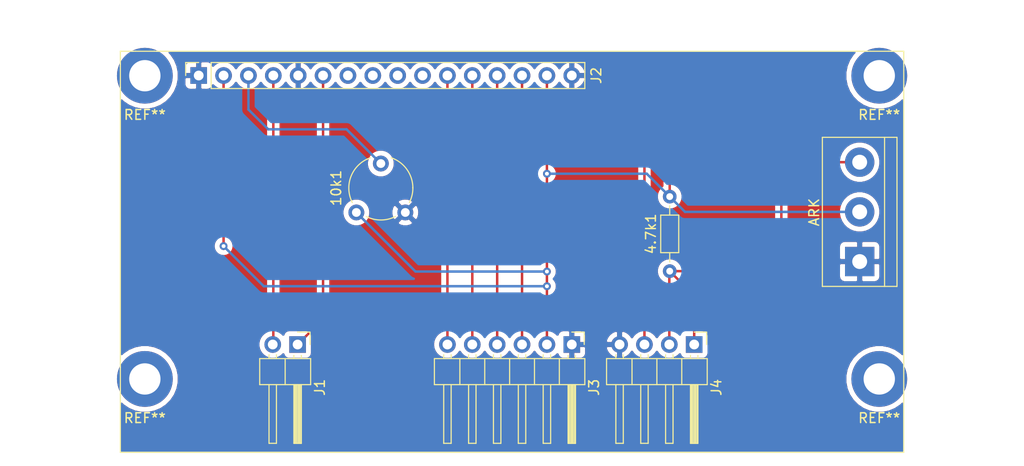
<source format=kicad_pcb>
(kicad_pcb (version 20171130) (host pcbnew 5.1.8)

  (general
    (thickness 1.6)
    (drawings 4)
    (tracks 47)
    (zones 0)
    (modules 11)
    (nets 15)
  )

  (page A4)
  (layers
    (0 F.Cu signal)
    (31 B.Cu signal)
    (32 B.Adhes user)
    (33 F.Adhes user)
    (34 B.Paste user)
    (35 F.Paste user)
    (36 B.SilkS user)
    (37 F.SilkS user)
    (38 B.Mask user)
    (39 F.Mask user)
    (40 Dwgs.User user)
    (41 Cmts.User user)
    (42 Eco1.User user)
    (43 Eco2.User user)
    (44 Edge.Cuts user)
    (45 Margin user)
    (46 B.CrtYd user)
    (47 F.CrtYd user)
    (48 B.Fab user)
    (49 F.Fab user)
  )

  (setup
    (last_trace_width 0.25)
    (trace_clearance 0.2)
    (zone_clearance 0.508)
    (zone_45_only no)
    (trace_min 0.2)
    (via_size 0.8)
    (via_drill 0.4)
    (via_min_size 0.4)
    (via_min_drill 0.3)
    (uvia_size 0.3)
    (uvia_drill 0.1)
    (uvias_allowed no)
    (uvia_min_size 0.2)
    (uvia_min_drill 0.1)
    (edge_width 0.05)
    (segment_width 0.2)
    (pcb_text_width 0.3)
    (pcb_text_size 1.5 1.5)
    (mod_edge_width 0.12)
    (mod_text_size 1 1)
    (mod_text_width 0.15)
    (pad_size 3 3)
    (pad_drill 1.52)
    (pad_to_mask_clearance 0)
    (aux_axis_origin 0 0)
    (visible_elements FFFFFF7F)
    (pcbplotparams
      (layerselection 0x3ffff_ffffffff)
      (usegerberextensions false)
      (usegerberattributes true)
      (usegerberadvancedattributes true)
      (creategerberjobfile true)
      (excludeedgelayer true)
      (linewidth 0.100000)
      (plotframeref false)
      (viasonmask false)
      (mode 1)
      (useauxorigin false)
      (hpglpennumber 1)
      (hpglpenspeed 20)
      (hpglpendiameter 15.000000)
      (psnegative false)
      (psa4output false)
      (plotreference true)
      (plotvalue true)
      (plotinvisibletext false)
      (padsonsilk false)
      (subtractmaskfromsilk false)
      (outputformat 1)
      (mirror false)
      (drillshape 0)
      (scaleselection 1)
      (outputdirectory "../../../../gerber/"))
  )

  (net 0 "")
  (net 1 "Net-(J2-Pad7)")
  (net 2 +5V)
  (net 3 "Net-(10k1-Pad2)")
  (net 4 GND)
  (net 5 "Net-(4.7k1-Pad2)")
  (net 6 "Net-(J1-Pad2)")
  (net 7 "Net-(J1-Pad1)")
  (net 8 "Net-(J2-Pad14)")
  (net 9 "Net-(J2-Pad13)")
  (net 10 "Net-(J2-Pad12)")
  (net 11 "Net-(J2-Pad11)")
  (net 12 "Net-(J2-Pad10)")
  (net 13 "Net-(J2-Pad9)")
  (net 14 "Net-(J2-Pad8)")

  (net_class Default "This is the default net class."
    (clearance 0.2)
    (trace_width 0.25)
    (via_dia 0.8)
    (via_drill 0.4)
    (uvia_dia 0.3)
    (uvia_drill 0.1)
    (add_net +5V)
    (add_net GND)
    (add_net "Net-(10k1-Pad2)")
    (add_net "Net-(4.7k1-Pad2)")
    (add_net "Net-(J1-Pad1)")
    (add_net "Net-(J1-Pad2)")
    (add_net "Net-(J2-Pad10)")
    (add_net "Net-(J2-Pad11)")
    (add_net "Net-(J2-Pad12)")
    (add_net "Net-(J2-Pad13)")
    (add_net "Net-(J2-Pad14)")
    (add_net "Net-(J2-Pad7)")
    (add_net "Net-(J2-Pad8)")
    (add_net "Net-(J2-Pad9)")
  )

  (module TerminalBlock:TerminalBlock_bornier-3_P5.08mm (layer F.Cu) (tedit 5FCE7D90) (tstamp 5FCE85DA)
    (at 175.5 71.5 90)
    (descr "simple 3-pin terminal block, pitch 5.08mm, revamped version of bornier3")
    (tags "terminal block bornier3")
    (fp_text reference ARK (at 5.05 -4.65 90) (layer F.SilkS)
      (effects (font (size 1 1) (thickness 0.15)))
    )
    (fp_text value TerminalBlock_bornier-3_P5.08mm (at 5.08 5.08 90) (layer F.Fab)
      (effects (font (size 1 1) (thickness 0.15)))
    )
    (fp_text user %R (at 5.08 0 90) (layer F.Fab)
      (effects (font (size 1 1) (thickness 0.15)))
    )
    (fp_line (start -2.47 2.55) (end 12.63 2.55) (layer F.Fab) (width 0.1))
    (fp_line (start -2.47 -3.75) (end 12.63 -3.75) (layer F.Fab) (width 0.1))
    (fp_line (start 12.63 -3.75) (end 12.63 3.75) (layer F.Fab) (width 0.1))
    (fp_line (start 12.63 3.75) (end -2.47 3.75) (layer F.Fab) (width 0.1))
    (fp_line (start -2.47 3.75) (end -2.47 -3.75) (layer F.Fab) (width 0.1))
    (fp_line (start -2.54 3.81) (end -2.54 -3.81) (layer F.SilkS) (width 0.12))
    (fp_line (start 12.7 3.81) (end 12.7 -3.81) (layer F.SilkS) (width 0.12))
    (fp_line (start -2.54 2.54) (end 12.7 2.54) (layer F.SilkS) (width 0.12))
    (fp_line (start -2.54 -3.81) (end 12.7 -3.81) (layer F.SilkS) (width 0.12))
    (fp_line (start -2.54 3.81) (end 12.7 3.81) (layer F.SilkS) (width 0.12))
    (fp_line (start -2.72 -4) (end 12.88 -4) (layer F.CrtYd) (width 0.05))
    (fp_line (start -2.72 -4) (end -2.72 4) (layer F.CrtYd) (width 0.05))
    (fp_line (start 12.88 4) (end 12.88 -4) (layer F.CrtYd) (width 0.05))
    (fp_line (start 12.88 4) (end -2.72 4) (layer F.CrtYd) (width 0.05))
    (pad 3 thru_hole circle (at 10.16 0 90) (size 3 3) (drill 1.52) (layers *.Cu *.Mask)
      (net 5 "Net-(4.7k1-Pad2)"))
    (pad 2 thru_hole circle (at 5.08 0 90) (size 3 3) (drill 1.52) (layers *.Cu *.Mask)
      (net 2 +5V))
    (pad 1 thru_hole rect (at 0 0 90) (size 3 3) (drill 1.52) (layers *.Cu *.Mask)
      (net 4 GND))
    (model ${KISYS3DMOD}/TerminalBlock.3dshapes/TerminalBlock_bornier-3_P5.08mm.wrl
      (offset (xyz 5.079999923706055 0 0))
      (scale (xyz 1 1 1))
      (rotate (xyz 0 0 0))
    )
  )

  (module MountingHole:MountingHole_3.2mm_M3_ISO7380_Pad (layer F.Cu) (tedit 56D1B4CB) (tstamp 5FCD522E)
    (at 177.5 83.5)
    (descr "Mounting Hole 3.2mm, M3, ISO7380")
    (tags "mounting hole 3.2mm m3 iso7380")
    (attr virtual)
    (fp_text reference REF** (at 0 4) (layer F.SilkS)
      (effects (font (size 1 1) (thickness 0.15)))
    )
    (fp_text value MountingHole_3.2mm_M3_ISO7380_Pad (at 0 3.85) (layer F.Fab)
      (effects (font (size 1 1) (thickness 0.15)))
    )
    (fp_circle (center 0 0) (end 3.1 0) (layer F.CrtYd) (width 0.05))
    (fp_circle (center 0 0) (end 2.85 0) (layer Cmts.User) (width 0.15))
    (fp_text user %R (at 0.3 0) (layer F.Fab)
      (effects (font (size 1 1) (thickness 0.15)))
    )
    (pad 1 thru_hole circle (at 0 0) (size 5.7 5.7) (drill 3.2) (layers *.Cu *.Mask))
  )

  (module MountingHole:MountingHole_3.2mm_M3_ISO7380_Pad (layer F.Cu) (tedit 56D1B4CB) (tstamp 5FCD5211)
    (at 177.5 52.5)
    (descr "Mounting Hole 3.2mm, M3, ISO7380")
    (tags "mounting hole 3.2mm m3 iso7380")
    (attr virtual)
    (fp_text reference REF** (at 0 4) (layer F.SilkS)
      (effects (font (size 1 1) (thickness 0.15)))
    )
    (fp_text value MountingHole_3.2mm_M3_ISO7380_Pad (at 0 3.85) (layer F.Fab)
      (effects (font (size 1 1) (thickness 0.15)))
    )
    (fp_circle (center 0 0) (end 3.1 0) (layer F.CrtYd) (width 0.05))
    (fp_circle (center 0 0) (end 2.85 0) (layer Cmts.User) (width 0.15))
    (fp_text user %R (at 0.3 0) (layer F.Fab)
      (effects (font (size 1 1) (thickness 0.15)))
    )
    (pad 1 thru_hole circle (at 0 0) (size 5.7 5.7) (drill 3.2) (layers *.Cu *.Mask))
  )

  (module MountingHole:MountingHole_3.2mm_M3_ISO7380_Pad (layer F.Cu) (tedit 56D1B4CB) (tstamp 5FCD51F4)
    (at 102.5 83.5)
    (descr "Mounting Hole 3.2mm, M3, ISO7380")
    (tags "mounting hole 3.2mm m3 iso7380")
    (attr virtual)
    (fp_text reference REF** (at 0 4) (layer F.SilkS)
      (effects (font (size 1 1) (thickness 0.15)))
    )
    (fp_text value MountingHole_3.2mm_M3_ISO7380_Pad (at 0 3.85) (layer F.Fab)
      (effects (font (size 1 1) (thickness 0.15)))
    )
    (fp_circle (center 0 0) (end 3.1 0) (layer F.CrtYd) (width 0.05))
    (fp_circle (center 0 0) (end 2.85 0) (layer Cmts.User) (width 0.15))
    (fp_text user %R (at 0.3 0) (layer F.Fab)
      (effects (font (size 1 1) (thickness 0.15)))
    )
    (pad 1 thru_hole circle (at 0 0) (size 5.7 5.7) (drill 3.2) (layers *.Cu *.Mask))
  )

  (module MountingHole:MountingHole_3.2mm_M3_ISO7380_Pad (layer F.Cu) (tedit 56D1B4CB) (tstamp 5FCD519C)
    (at 102.5 52.5)
    (descr "Mounting Hole 3.2mm, M3, ISO7380")
    (tags "mounting hole 3.2mm m3 iso7380")
    (attr virtual)
    (fp_text reference REF** (at 0 4) (layer F.SilkS)
      (effects (font (size 1 1) (thickness 0.15)))
    )
    (fp_text value MountingHole_3.2mm_M3_ISO7380_Pad (at 0 3.85) (layer F.Fab)
      (effects (font (size 1 1) (thickness 0.15)))
    )
    (fp_circle (center 0 0) (end 3.1 0) (layer F.CrtYd) (width 0.05))
    (fp_circle (center 0 0) (end 2.85 0) (layer Cmts.User) (width 0.15))
    (fp_text user %R (at 0.3 0) (layer F.Fab)
      (effects (font (size 1 1) (thickness 0.15)))
    )
    (pad 1 thru_hole circle (at 0 0) (size 5.7 5.7) (drill 3.2) (layers *.Cu *.Mask))
  )

  (module Potentiometer_THT:Potentiometer_Piher_PT-6-V_Vertical (layer F.Cu) (tedit 5FCBE568) (tstamp 5FCBE382)
    (at 129.1 66.48 90)
    (descr "Potentiometer, vertical, Piher PT-6-V, http://www.piher-nacesa.com/pdf/11-PT6v03.pdf")
    (tags "Potentiometer vertical Piher PT-6-V")
    (path /5FCFC473)
    (fp_text reference 10k1 (at 2.5 -7.06 90) (layer F.SilkS)
      (effects (font (size 1 1) (thickness 0.15)))
    )
    (fp_text value R_POT (at 2.5 2.06 90) (layer F.Fab)
      (effects (font (size 1 1) (thickness 0.15)))
    )
    (fp_circle (center 2.5 -2.5) (end 5.65 -2.5) (layer F.Fab) (width 0.1))
    (fp_circle (center 2.5 -2.5) (end 3.4 -2.5) (layer F.Fab) (width 0.1))
    (fp_line (start -1.1 -6.1) (end -1.1 1.1) (layer F.CrtYd) (width 0.05))
    (fp_line (start -1.1 1.1) (end 6.1 1.1) (layer F.CrtYd) (width 0.05))
    (fp_line (start 6.1 1.1) (end 6.1 -6.1) (layer F.CrtYd) (width 0.05))
    (fp_line (start 6.1 -6.1) (end -1.1 -6.1) (layer F.CrtYd) (width 0.05))
    (fp_text user %R (at 0.55 -2.5) (layer F.Fab)
      (effects (font (size 1 1) (thickness 0.15)))
    )
    (fp_arc (start 2.5 -2.5) (end 1.015 0.414) (angle -28) (layer F.SilkS) (width 0.12))
    (fp_arc (start 2.5 -2.5) (end -0.414 -3.984) (angle -54) (layer F.SilkS) (width 0.12))
    (fp_arc (start 2.5 -2.5) (end 5.592 -3.564) (angle -98) (layer F.SilkS) (width 0.12))
    (fp_arc (start 2.5 -2.5) (end 2.5 0.77) (angle -71) (layer F.SilkS) (width 0.12))
    (pad 1 thru_hole circle (at 0 0 90) (size 1.62 1.62) (drill 0.9) (layers *.Cu *.Mask)
      (net 4 GND))
    (pad 2 thru_hole circle (at 5 -2.5 90) (size 1.62 1.62) (drill 0.9) (layers *.Cu *.Mask)
      (net 3 "Net-(10k1-Pad2)"))
    (pad 3 thru_hole circle (at 0 -5 90) (size 1.62 1.62) (drill 0.9) (layers *.Cu *.Mask)
      (net 2 +5V))
    (model ${KISYS3DMOD}/Potentiometer_THT.3dshapes/Potentiometer_Piher_PT-6-V_Vertical.wrl
      (at (xyz 0 0 0))
      (scale (xyz 1 1 1))
      (rotate (xyz 0 0 0))
    )
  )

  (module Connector_PinHeader_2.54mm:PinHeader_1x04_P2.54mm_Horizontal (layer F.Cu) (tedit 5FCE79F4) (tstamp 5FCBE4A4)
    (at 158.6 79.98 270)
    (descr "Through hole angled pin header, 1x04, 2.54mm pitch, 6mm pin length, single row")
    (tags "Through hole angled pin header THT 1x04 2.54mm single row")
    (path /5FD5D4B3)
    (fp_text reference J4 (at 4.385 -2.27 90) (layer F.SilkS)
      (effects (font (size 1 1) (thickness 0.15)))
    )
    (fp_text value "Temp sensor pins" (at 4.385 9.89 90) (layer F.Fab)
      (effects (font (size 1 1) (thickness 0.15)))
    )
    (fp_line (start 2.135 -1.27) (end 4.04 -1.27) (layer F.Fab) (width 0.1))
    (fp_line (start 4.04 -1.27) (end 4.04 8.89) (layer F.Fab) (width 0.1))
    (fp_line (start 4.04 8.89) (end 1.5 8.89) (layer F.Fab) (width 0.1))
    (fp_line (start 1.5 8.89) (end 1.5 -0.635) (layer F.Fab) (width 0.1))
    (fp_line (start 1.5 -0.635) (end 2.135 -1.27) (layer F.Fab) (width 0.1))
    (fp_line (start -0.32 -0.32) (end 1.5 -0.32) (layer F.Fab) (width 0.1))
    (fp_line (start -0.32 -0.32) (end -0.32 0.32) (layer F.Fab) (width 0.1))
    (fp_line (start -0.32 0.32) (end 1.5 0.32) (layer F.Fab) (width 0.1))
    (fp_line (start 4.04 -0.32) (end 10.04 -0.32) (layer F.Fab) (width 0.1))
    (fp_line (start 10.04 -0.32) (end 10.04 0.32) (layer F.Fab) (width 0.1))
    (fp_line (start 4.04 0.32) (end 10.04 0.32) (layer F.Fab) (width 0.1))
    (fp_line (start -0.32 2.22) (end 1.5 2.22) (layer F.Fab) (width 0.1))
    (fp_line (start -0.32 2.22) (end -0.32 2.86) (layer F.Fab) (width 0.1))
    (fp_line (start -0.32 2.86) (end 1.5 2.86) (layer F.Fab) (width 0.1))
    (fp_line (start 4.04 2.22) (end 10.04 2.22) (layer F.Fab) (width 0.1))
    (fp_line (start 10.04 2.22) (end 10.04 2.86) (layer F.Fab) (width 0.1))
    (fp_line (start 4.04 2.86) (end 10.04 2.86) (layer F.Fab) (width 0.1))
    (fp_line (start -0.32 4.76) (end 1.5 4.76) (layer F.Fab) (width 0.1))
    (fp_line (start -0.32 4.76) (end -0.32 5.4) (layer F.Fab) (width 0.1))
    (fp_line (start -0.32 5.4) (end 1.5 5.4) (layer F.Fab) (width 0.1))
    (fp_line (start 4.04 4.76) (end 10.04 4.76) (layer F.Fab) (width 0.1))
    (fp_line (start 10.04 4.76) (end 10.04 5.4) (layer F.Fab) (width 0.1))
    (fp_line (start 4.04 5.4) (end 10.04 5.4) (layer F.Fab) (width 0.1))
    (fp_line (start -0.32 7.3) (end 1.5 7.3) (layer F.Fab) (width 0.1))
    (fp_line (start -0.32 7.3) (end -0.32 7.94) (layer F.Fab) (width 0.1))
    (fp_line (start -0.32 7.94) (end 1.5 7.94) (layer F.Fab) (width 0.1))
    (fp_line (start 4.04 7.3) (end 10.04 7.3) (layer F.Fab) (width 0.1))
    (fp_line (start 10.04 7.3) (end 10.04 7.94) (layer F.Fab) (width 0.1))
    (fp_line (start 4.04 7.94) (end 10.04 7.94) (layer F.Fab) (width 0.1))
    (fp_line (start 1.44 -1.33) (end 1.44 8.95) (layer F.SilkS) (width 0.12))
    (fp_line (start 1.44 8.95) (end 4.1 8.95) (layer F.SilkS) (width 0.12))
    (fp_line (start 4.1 8.95) (end 4.1 -1.33) (layer F.SilkS) (width 0.12))
    (fp_line (start 4.1 -1.33) (end 1.44 -1.33) (layer F.SilkS) (width 0.12))
    (fp_line (start 4.1 -0.38) (end 10.1 -0.38) (layer F.SilkS) (width 0.12))
    (fp_line (start 10.1 -0.38) (end 10.1 0.38) (layer F.SilkS) (width 0.12))
    (fp_line (start 10.1 0.38) (end 4.1 0.38) (layer F.SilkS) (width 0.12))
    (fp_line (start 4.1 -0.32) (end 10.1 -0.32) (layer F.SilkS) (width 0.12))
    (fp_line (start 4.1 -0.2) (end 10.1 -0.2) (layer F.SilkS) (width 0.12))
    (fp_line (start 4.1 -0.08) (end 10.1 -0.08) (layer F.SilkS) (width 0.12))
    (fp_line (start 4.1 0.04) (end 10.1 0.04) (layer F.SilkS) (width 0.12))
    (fp_line (start 4.1 0.16) (end 10.1 0.16) (layer F.SilkS) (width 0.12))
    (fp_line (start 4.1 0.28) (end 10.1 0.28) (layer F.SilkS) (width 0.12))
    (fp_line (start 1.11 -0.38) (end 1.44 -0.38) (layer F.SilkS) (width 0.12))
    (fp_line (start 1.11 0.38) (end 1.44 0.38) (layer F.SilkS) (width 0.12))
    (fp_line (start 1.44 1.27) (end 4.1 1.27) (layer F.SilkS) (width 0.12))
    (fp_line (start 4.1 2.16) (end 10.1 2.16) (layer F.SilkS) (width 0.12))
    (fp_line (start 10.1 2.16) (end 10.1 2.92) (layer F.SilkS) (width 0.12))
    (fp_line (start 10.1 2.92) (end 4.1 2.92) (layer F.SilkS) (width 0.12))
    (fp_line (start 1.042929 2.16) (end 1.44 2.16) (layer F.SilkS) (width 0.12))
    (fp_line (start 1.042929 2.92) (end 1.44 2.92) (layer F.SilkS) (width 0.12))
    (fp_line (start 1.44 3.81) (end 4.1 3.81) (layer F.SilkS) (width 0.12))
    (fp_line (start 4.1 4.7) (end 10.1 4.7) (layer F.SilkS) (width 0.12))
    (fp_line (start 10.1 4.7) (end 10.1 5.46) (layer F.SilkS) (width 0.12))
    (fp_line (start 10.1 5.46) (end 4.1 5.46) (layer F.SilkS) (width 0.12))
    (fp_line (start 1.042929 4.7) (end 1.44 4.7) (layer F.SilkS) (width 0.12))
    (fp_line (start 1.042929 5.46) (end 1.44 5.46) (layer F.SilkS) (width 0.12))
    (fp_line (start 1.44 6.35) (end 4.1 6.35) (layer F.SilkS) (width 0.12))
    (fp_line (start 4.1 7.24) (end 10.1 7.24) (layer F.SilkS) (width 0.12))
    (fp_line (start 10.1 7.24) (end 10.1 8) (layer F.SilkS) (width 0.12))
    (fp_line (start 10.1 8) (end 4.1 8) (layer F.SilkS) (width 0.12))
    (fp_line (start 1.042929 7.24) (end 1.44 7.24) (layer F.SilkS) (width 0.12))
    (fp_line (start 1.042929 8) (end 1.44 8) (layer F.SilkS) (width 0.12))
    (fp_line (start -1.27 0) (end -1.27 -1.27) (layer F.SilkS) (width 0.12))
    (fp_line (start -1.27 -1.27) (end 0 -1.27) (layer F.SilkS) (width 0.12))
    (fp_line (start -1.8 -1.8) (end -1.8 9.4) (layer F.CrtYd) (width 0.05))
    (fp_line (start -1.8 9.4) (end 10.55 9.4) (layer F.CrtYd) (width 0.05))
    (fp_line (start 10.55 9.4) (end 10.55 -1.8) (layer F.CrtYd) (width 0.05))
    (fp_line (start 10.55 -1.8) (end -1.8 -1.8) (layer F.CrtYd) (width 0.05))
    (fp_text user %R (at 2.77 3.81) (layer F.Fab)
      (effects (font (size 1 1) (thickness 0.15)))
    )
    (pad 4 thru_hole oval (at 0 7.62 270) (size 1.7 1.7) (drill 1) (layers *.Cu *.Mask)
      (net 4 GND))
    (pad 3 thru_hole oval (at 0 5.08 270) (size 1.7 1.7) (drill 1) (layers *.Cu *.Mask)
      (net 2 +5V))
    (pad 2 thru_hole oval (at 0 2.54 270) (size 1.7 1.7) (drill 1) (layers *.Cu *.Mask)
      (net 5 "Net-(4.7k1-Pad2)"))
    (pad 1 thru_hole rect (at 0 0 270) (size 1.7 1.7) (drill 1) (layers *.Cu *.Mask)
      (net 5 "Net-(4.7k1-Pad2)"))
    (model ${KISYS3DMOD}/Connector_PinHeader_2.54mm.3dshapes/PinHeader_1x04_P2.54mm_Horizontal.wrl
      (at (xyz 0 0 0))
      (scale (xyz 1 1 1))
      (rotate (xyz 0 0 0))
    )
  )

  (module Connector_PinHeader_2.54mm:PinHeader_1x06_P2.54mm_Horizontal (layer F.Cu) (tedit 5FCD06EF) (tstamp 5FCBE457)
    (at 146.1 79.98 270)
    (descr "Through hole angled pin header, 1x06, 2.54mm pitch, 6mm pin length, single row")
    (tags "Through hole angled pin header THT 1x06 2.54mm single row")
    (path /5FD5BE54)
    (fp_text reference J3 (at 4.385 -2.27 90) (layer F.SilkS)
      (effects (font (size 1 1) (thickness 0.15)))
    )
    (fp_text value "Data and power pins" (at 4.385 14.97 90) (layer F.Fab)
      (effects (font (size 1 1) (thickness 0.15)))
    )
    (fp_line (start 2.135 -1.27) (end 4.04 -1.27) (layer F.Fab) (width 0.1))
    (fp_line (start 4.04 -1.27) (end 4.04 13.97) (layer F.Fab) (width 0.1))
    (fp_line (start 4.04 13.97) (end 1.5 13.97) (layer F.Fab) (width 0.1))
    (fp_line (start 1.5 13.97) (end 1.5 -0.635) (layer F.Fab) (width 0.1))
    (fp_line (start 1.5 -0.635) (end 2.135 -1.27) (layer F.Fab) (width 0.1))
    (fp_line (start -0.32 -0.32) (end 1.5 -0.32) (layer F.Fab) (width 0.1))
    (fp_line (start -0.32 -0.32) (end -0.32 0.32) (layer F.Fab) (width 0.1))
    (fp_line (start -0.32 0.32) (end 1.5 0.32) (layer F.Fab) (width 0.1))
    (fp_line (start 4.04 -0.32) (end 10.04 -0.32) (layer F.Fab) (width 0.1))
    (fp_line (start 10.04 -0.32) (end 10.04 0.32) (layer F.Fab) (width 0.1))
    (fp_line (start 4.04 0.32) (end 10.04 0.32) (layer F.Fab) (width 0.1))
    (fp_line (start -0.32 2.22) (end 1.5 2.22) (layer F.Fab) (width 0.1))
    (fp_line (start -0.32 2.22) (end -0.32 2.86) (layer F.Fab) (width 0.1))
    (fp_line (start -0.32 2.86) (end 1.5 2.86) (layer F.Fab) (width 0.1))
    (fp_line (start 4.04 2.22) (end 10.04 2.22) (layer F.Fab) (width 0.1))
    (fp_line (start 10.04 2.22) (end 10.04 2.86) (layer F.Fab) (width 0.1))
    (fp_line (start 4.04 2.86) (end 10.04 2.86) (layer F.Fab) (width 0.1))
    (fp_line (start -0.32 4.76) (end 1.5 4.76) (layer F.Fab) (width 0.1))
    (fp_line (start -0.32 4.76) (end -0.32 5.4) (layer F.Fab) (width 0.1))
    (fp_line (start -0.32 5.4) (end 1.5 5.4) (layer F.Fab) (width 0.1))
    (fp_line (start 4.04 4.76) (end 10.04 4.76) (layer F.Fab) (width 0.1))
    (fp_line (start 10.04 4.76) (end 10.04 5.4) (layer F.Fab) (width 0.1))
    (fp_line (start 4.04 5.4) (end 10.04 5.4) (layer F.Fab) (width 0.1))
    (fp_line (start -0.32 7.3) (end 1.5 7.3) (layer F.Fab) (width 0.1))
    (fp_line (start -0.32 7.3) (end -0.32 7.94) (layer F.Fab) (width 0.1))
    (fp_line (start -0.32 7.94) (end 1.5 7.94) (layer F.Fab) (width 0.1))
    (fp_line (start 4.04 7.3) (end 10.04 7.3) (layer F.Fab) (width 0.1))
    (fp_line (start 10.04 7.3) (end 10.04 7.94) (layer F.Fab) (width 0.1))
    (fp_line (start 4.04 7.94) (end 10.04 7.94) (layer F.Fab) (width 0.1))
    (fp_line (start -0.32 9.84) (end 1.5 9.84) (layer F.Fab) (width 0.1))
    (fp_line (start -0.32 9.84) (end -0.32 10.48) (layer F.Fab) (width 0.1))
    (fp_line (start -0.32 10.48) (end 1.5 10.48) (layer F.Fab) (width 0.1))
    (fp_line (start 4.04 9.84) (end 10.04 9.84) (layer F.Fab) (width 0.1))
    (fp_line (start 10.04 9.84) (end 10.04 10.48) (layer F.Fab) (width 0.1))
    (fp_line (start 4.04 10.48) (end 10.04 10.48) (layer F.Fab) (width 0.1))
    (fp_line (start -0.32 12.38) (end 1.5 12.38) (layer F.Fab) (width 0.1))
    (fp_line (start -0.32 12.38) (end -0.32 13.02) (layer F.Fab) (width 0.1))
    (fp_line (start -0.32 13.02) (end 1.5 13.02) (layer F.Fab) (width 0.1))
    (fp_line (start 4.04 12.38) (end 10.04 12.38) (layer F.Fab) (width 0.1))
    (fp_line (start 10.04 12.38) (end 10.04 13.02) (layer F.Fab) (width 0.1))
    (fp_line (start 4.04 13.02) (end 10.04 13.02) (layer F.Fab) (width 0.1))
    (fp_line (start 1.44 -1.33) (end 1.44 14.03) (layer F.SilkS) (width 0.12))
    (fp_line (start 1.44 14.03) (end 4.1 14.03) (layer F.SilkS) (width 0.12))
    (fp_line (start 4.1 14.03) (end 4.1 -1.33) (layer F.SilkS) (width 0.12))
    (fp_line (start 4.1 -1.33) (end 1.44 -1.33) (layer F.SilkS) (width 0.12))
    (fp_line (start 4.1 -0.38) (end 10.1 -0.38) (layer F.SilkS) (width 0.12))
    (fp_line (start 10.1 -0.38) (end 10.1 0.38) (layer F.SilkS) (width 0.12))
    (fp_line (start 10.1 0.38) (end 4.1 0.38) (layer F.SilkS) (width 0.12))
    (fp_line (start 4.1 -0.32) (end 10.1 -0.32) (layer F.SilkS) (width 0.12))
    (fp_line (start 4.1 -0.2) (end 10.1 -0.2) (layer F.SilkS) (width 0.12))
    (fp_line (start 4.1 -0.08) (end 10.1 -0.08) (layer F.SilkS) (width 0.12))
    (fp_line (start 4.1 0.04) (end 10.1 0.04) (layer F.SilkS) (width 0.12))
    (fp_line (start 4.1 0.16) (end 10.1 0.16) (layer F.SilkS) (width 0.12))
    (fp_line (start 4.1 0.28) (end 10.1 0.28) (layer F.SilkS) (width 0.12))
    (fp_line (start 1.11 -0.38) (end 1.44 -0.38) (layer F.SilkS) (width 0.12))
    (fp_line (start 1.11 0.38) (end 1.44 0.38) (layer F.SilkS) (width 0.12))
    (fp_line (start 1.44 1.27) (end 4.1 1.27) (layer F.SilkS) (width 0.12))
    (fp_line (start 4.1 2.16) (end 10.1 2.16) (layer F.SilkS) (width 0.12))
    (fp_line (start 10.1 2.16) (end 10.1 2.92) (layer F.SilkS) (width 0.12))
    (fp_line (start 10.1 2.92) (end 4.1 2.92) (layer F.SilkS) (width 0.12))
    (fp_line (start 1.042929 2.16) (end 1.44 2.16) (layer F.SilkS) (width 0.12))
    (fp_line (start 1.042929 2.92) (end 1.44 2.92) (layer F.SilkS) (width 0.12))
    (fp_line (start 1.44 3.81) (end 4.1 3.81) (layer F.SilkS) (width 0.12))
    (fp_line (start 4.1 4.7) (end 10.1 4.7) (layer F.SilkS) (width 0.12))
    (fp_line (start 10.1 4.7) (end 10.1 5.46) (layer F.SilkS) (width 0.12))
    (fp_line (start 10.1 5.46) (end 4.1 5.46) (layer F.SilkS) (width 0.12))
    (fp_line (start 1.042929 4.7) (end 1.44 4.7) (layer F.SilkS) (width 0.12))
    (fp_line (start 1.042929 5.46) (end 1.44 5.46) (layer F.SilkS) (width 0.12))
    (fp_line (start 1.44 6.35) (end 4.1 6.35) (layer F.SilkS) (width 0.12))
    (fp_line (start 4.1 7.24) (end 10.1 7.24) (layer F.SilkS) (width 0.12))
    (fp_line (start 10.1 7.24) (end 10.1 8) (layer F.SilkS) (width 0.12))
    (fp_line (start 10.1 8) (end 4.1 8) (layer F.SilkS) (width 0.12))
    (fp_line (start 1.042929 7.24) (end 1.44 7.24) (layer F.SilkS) (width 0.12))
    (fp_line (start 1.042929 8) (end 1.44 8) (layer F.SilkS) (width 0.12))
    (fp_line (start 1.44 8.89) (end 4.1 8.89) (layer F.SilkS) (width 0.12))
    (fp_line (start 4.1 9.78) (end 10.1 9.78) (layer F.SilkS) (width 0.12))
    (fp_line (start 10.1 9.78) (end 10.1 10.54) (layer F.SilkS) (width 0.12))
    (fp_line (start 10.1 10.54) (end 4.1 10.54) (layer F.SilkS) (width 0.12))
    (fp_line (start 1.042929 9.78) (end 1.44 9.78) (layer F.SilkS) (width 0.12))
    (fp_line (start 1.042929 10.54) (end 1.44 10.54) (layer F.SilkS) (width 0.12))
    (fp_line (start 1.44 11.43) (end 4.1 11.43) (layer F.SilkS) (width 0.12))
    (fp_line (start 4.1 12.32) (end 10.1 12.32) (layer F.SilkS) (width 0.12))
    (fp_line (start 10.1 12.32) (end 10.1 13.08) (layer F.SilkS) (width 0.12))
    (fp_line (start 10.1 13.08) (end 4.1 13.08) (layer F.SilkS) (width 0.12))
    (fp_line (start 1.042929 12.32) (end 1.44 12.32) (layer F.SilkS) (width 0.12))
    (fp_line (start 1.042929 13.08) (end 1.44 13.08) (layer F.SilkS) (width 0.12))
    (fp_line (start -1.27 0) (end -1.27 -1.27) (layer F.SilkS) (width 0.12))
    (fp_line (start -1.27 -1.27) (end 0 -1.27) (layer F.SilkS) (width 0.12))
    (fp_line (start -1.8 -1.8) (end -1.8 14.5) (layer F.CrtYd) (width 0.05))
    (fp_line (start -1.8 14.5) (end 10.55 14.5) (layer F.CrtYd) (width 0.05))
    (fp_line (start 10.55 14.5) (end 10.55 -1.8) (layer F.CrtYd) (width 0.05))
    (fp_line (start 10.55 -1.8) (end -1.8 -1.8) (layer F.CrtYd) (width 0.05))
    (fp_text user %R (at 2.77 6.35) (layer F.Fab)
      (effects (font (size 1 1) (thickness 0.15)))
    )
    (pad 6 thru_hole oval (at 0 12.7 270) (size 1.7 1.7) (drill 1) (layers *.Cu *.Mask)
      (net 11 "Net-(J2-Pad11)"))
    (pad 5 thru_hole oval (at 0 10.16 270) (size 1.7 1.7) (drill 1) (layers *.Cu *.Mask)
      (net 10 "Net-(J2-Pad12)"))
    (pad 4 thru_hole oval (at 0 7.62 270) (size 1.7 1.7) (drill 1) (layers *.Cu *.Mask)
      (net 9 "Net-(J2-Pad13)"))
    (pad 3 thru_hole oval (at 0 5.08 270) (size 1.7 1.7) (drill 1) (layers *.Cu *.Mask)
      (net 8 "Net-(J2-Pad14)"))
    (pad 2 thru_hole oval (at 0 2.54 270) (size 1.7 1.7) (drill 1) (layers *.Cu *.Mask)
      (net 2 +5V))
    (pad 16 thru_hole rect (at 0 0 270) (size 1.7 1.7) (drill 1) (layers *.Cu *.Mask)
      (net 4 GND))
    (model ${KISYS3DMOD}/Connector_PinHeader_2.54mm.3dshapes/PinHeader_1x06_P2.54mm_Horizontal.wrl
      (at (xyz 0 0 0))
      (scale (xyz 1 1 1))
      (rotate (xyz 0 0 0))
    )
  )

  (module Connector_PinSocket_2.54mm:PinSocket_1x16_P2.54mm_Vertical (layer F.Cu) (tedit 5FCD0756) (tstamp 5FCBE3F0)
    (at 108 52.48 90)
    (descr "Through hole straight socket strip, 1x16, 2.54mm pitch, single row (from Kicad 4.0.7), script generated")
    (tags "Through hole socket strip THT 1x16 2.54mm single row")
    (path /5FD3BE99)
    (fp_text reference J2 (at 0 40.6 90) (layer F.SilkS)
      (effects (font (size 1 1) (thickness 0.15)))
    )
    (fp_text value Conn_01x16_Female (at 0 40.87 90) (layer F.Fab)
      (effects (font (size 1 1) (thickness 0.15)))
    )
    (fp_line (start -1.27 -1.27) (end 0.635 -1.27) (layer F.Fab) (width 0.1))
    (fp_line (start 0.635 -1.27) (end 1.27 -0.635) (layer F.Fab) (width 0.1))
    (fp_line (start 1.27 -0.635) (end 1.27 39.37) (layer F.Fab) (width 0.1))
    (fp_line (start 1.27 39.37) (end -1.27 39.37) (layer F.Fab) (width 0.1))
    (fp_line (start -1.27 39.37) (end -1.27 -1.27) (layer F.Fab) (width 0.1))
    (fp_line (start -1.33 1.27) (end 1.33 1.27) (layer F.SilkS) (width 0.12))
    (fp_line (start -1.33 1.27) (end -1.33 39.43) (layer F.SilkS) (width 0.12))
    (fp_line (start -1.33 39.43) (end 1.33 39.43) (layer F.SilkS) (width 0.12))
    (fp_line (start 1.33 1.27) (end 1.33 39.43) (layer F.SilkS) (width 0.12))
    (fp_line (start 1.33 -1.33) (end 1.33 0) (layer F.SilkS) (width 0.12))
    (fp_line (start 0 -1.33) (end 1.33 -1.33) (layer F.SilkS) (width 0.12))
    (fp_line (start -1.8 -1.8) (end 1.75 -1.8) (layer F.CrtYd) (width 0.05))
    (fp_line (start 1.75 -1.8) (end 1.75 39.9) (layer F.CrtYd) (width 0.05))
    (fp_line (start 1.75 39.9) (end -1.8 39.9) (layer F.CrtYd) (width 0.05))
    (fp_line (start -1.8 39.9) (end -1.8 -1.8) (layer F.CrtYd) (width 0.05))
    (fp_text user %R (at 0 19.05) (layer F.Fab)
      (effects (font (size 1 1) (thickness 0.15)))
    )
    (pad 16 thru_hole oval (at 0 38.1 90) (size 1.7 1.7) (drill 1) (layers *.Cu *.Mask)
      (net 4 GND))
    (pad 15 thru_hole oval (at 0 35.56 90) (size 1.7 1.7) (drill 1) (layers *.Cu *.Mask)
      (net 2 +5V))
    (pad 14 thru_hole oval (at 0 33.02 90) (size 1.7 1.7) (drill 1) (layers *.Cu *.Mask)
      (net 8 "Net-(J2-Pad14)"))
    (pad 13 thru_hole oval (at 0 30.48 90) (size 1.7 1.7) (drill 1) (layers *.Cu *.Mask)
      (net 9 "Net-(J2-Pad13)"))
    (pad 12 thru_hole oval (at 0 27.94 90) (size 1.7 1.7) (drill 1) (layers *.Cu *.Mask)
      (net 10 "Net-(J2-Pad12)"))
    (pad 11 thru_hole oval (at 0 25.4 90) (size 1.7 1.7) (drill 1) (layers *.Cu *.Mask)
      (net 11 "Net-(J2-Pad11)"))
    (pad 10 thru_hole oval (at 0 22.86 90) (size 1.7 1.7) (drill 1) (layers *.Cu *.Mask)
      (net 12 "Net-(J2-Pad10)"))
    (pad 9 thru_hole oval (at 0 20.32 90) (size 1.7 1.7) (drill 1) (layers *.Cu *.Mask)
      (net 13 "Net-(J2-Pad9)"))
    (pad 8 thru_hole oval (at 0 17.78 90) (size 1.7 1.7) (drill 1) (layers *.Cu *.Mask)
      (net 14 "Net-(J2-Pad8)"))
    (pad 7 thru_hole oval (at 0 15.24 90) (size 1.7 1.7) (drill 1) (layers *.Cu *.Mask)
      (net 1 "Net-(J2-Pad7)"))
    (pad 6 thru_hole oval (at 0 12.7 90) (size 1.7 1.7) (drill 1) (layers *.Cu *.Mask)
      (net 7 "Net-(J1-Pad1)"))
    (pad 5 thru_hole oval (at 0 10.16 90) (size 1.7 1.7) (drill 1) (layers *.Cu *.Mask)
      (net 4 GND))
    (pad 4 thru_hole oval (at 0 7.62 90) (size 1.7 1.7) (drill 1) (layers *.Cu *.Mask)
      (net 6 "Net-(J1-Pad2)"))
    (pad 3 thru_hole oval (at 0 5.08 90) (size 1.7 1.7) (drill 1) (layers *.Cu *.Mask)
      (net 3 "Net-(10k1-Pad2)"))
    (pad 2 thru_hole oval (at 0 2.54 90) (size 1.7 1.7) (drill 1) (layers *.Cu *.Mask)
      (net 2 +5V))
    (pad 1 thru_hole rect (at 0 0 90) (size 1.7 1.7) (drill 1) (layers *.Cu *.Mask)
      (net 4 GND))
    (model ${KISYS3DMOD}/Connector_PinSocket_2.54mm.3dshapes/PinSocket_1x16_P2.54mm_Vertical.wrl
      (at (xyz 0 0 0))
      (scale (xyz 1 1 1))
      (rotate (xyz 0 0 0))
    )
  )

  (module Connector_PinHeader_2.54mm:PinHeader_1x02_P2.54mm_Horizontal (layer F.Cu) (tedit 5FCBCE16) (tstamp 5FCBE3CC)
    (at 118.1 79.98 270)
    (descr "Through hole angled pin header, 1x02, 2.54mm pitch, 6mm pin length, single row")
    (tags "Through hole angled pin header THT 1x02 2.54mm single row")
    (path /5FD5DC3D)
    (fp_text reference J1 (at 4.385 -2.27 90) (layer F.SilkS)
      (effects (font (size 1 1) (thickness 0.15)))
    )
    (fp_text value "RS/E pins" (at 4.385 4.81 90) (layer F.Fab)
      (effects (font (size 1 1) (thickness 0.15)))
    )
    (fp_line (start 2.135 -1.27) (end 4.04 -1.27) (layer F.Fab) (width 0.1))
    (fp_line (start 4.04 -1.27) (end 4.04 3.81) (layer F.Fab) (width 0.1))
    (fp_line (start 4.04 3.81) (end 1.5 3.81) (layer F.Fab) (width 0.1))
    (fp_line (start 1.5 3.81) (end 1.5 -0.635) (layer F.Fab) (width 0.1))
    (fp_line (start 1.5 -0.635) (end 2.135 -1.27) (layer F.Fab) (width 0.1))
    (fp_line (start -0.32 -0.32) (end 1.5 -0.32) (layer F.Fab) (width 0.1))
    (fp_line (start -0.32 -0.32) (end -0.32 0.32) (layer F.Fab) (width 0.1))
    (fp_line (start -0.32 0.32) (end 1.5 0.32) (layer F.Fab) (width 0.1))
    (fp_line (start 4.04 -0.32) (end 10.04 -0.32) (layer F.Fab) (width 0.1))
    (fp_line (start 10.04 -0.32) (end 10.04 0.32) (layer F.Fab) (width 0.1))
    (fp_line (start 4.04 0.32) (end 10.04 0.32) (layer F.Fab) (width 0.1))
    (fp_line (start -0.32 2.22) (end 1.5 2.22) (layer F.Fab) (width 0.1))
    (fp_line (start -0.32 2.22) (end -0.32 2.86) (layer F.Fab) (width 0.1))
    (fp_line (start -0.32 2.86) (end 1.5 2.86) (layer F.Fab) (width 0.1))
    (fp_line (start 4.04 2.22) (end 10.04 2.22) (layer F.Fab) (width 0.1))
    (fp_line (start 10.04 2.22) (end 10.04 2.86) (layer F.Fab) (width 0.1))
    (fp_line (start 4.04 2.86) (end 10.04 2.86) (layer F.Fab) (width 0.1))
    (fp_line (start 1.44 -1.33) (end 1.44 3.87) (layer F.SilkS) (width 0.12))
    (fp_line (start 1.44 3.87) (end 4.1 3.87) (layer F.SilkS) (width 0.12))
    (fp_line (start 4.1 3.87) (end 4.1 -1.33) (layer F.SilkS) (width 0.12))
    (fp_line (start 4.1 -1.33) (end 1.44 -1.33) (layer F.SilkS) (width 0.12))
    (fp_line (start 4.1 -0.38) (end 10.1 -0.38) (layer F.SilkS) (width 0.12))
    (fp_line (start 10.1 -0.38) (end 10.1 0.38) (layer F.SilkS) (width 0.12))
    (fp_line (start 10.1 0.38) (end 4.1 0.38) (layer F.SilkS) (width 0.12))
    (fp_line (start 4.1 -0.32) (end 10.1 -0.32) (layer F.SilkS) (width 0.12))
    (fp_line (start 4.1 -0.2) (end 10.1 -0.2) (layer F.SilkS) (width 0.12))
    (fp_line (start 4.1 -0.08) (end 10.1 -0.08) (layer F.SilkS) (width 0.12))
    (fp_line (start 4.1 0.04) (end 10.1 0.04) (layer F.SilkS) (width 0.12))
    (fp_line (start 4.1 0.16) (end 10.1 0.16) (layer F.SilkS) (width 0.12))
    (fp_line (start 4.1 0.28) (end 10.1 0.28) (layer F.SilkS) (width 0.12))
    (fp_line (start 1.11 -0.38) (end 1.44 -0.38) (layer F.SilkS) (width 0.12))
    (fp_line (start 1.11 0.38) (end 1.44 0.38) (layer F.SilkS) (width 0.12))
    (fp_line (start 1.44 1.27) (end 4.1 1.27) (layer F.SilkS) (width 0.12))
    (fp_line (start 4.1 2.16) (end 10.1 2.16) (layer F.SilkS) (width 0.12))
    (fp_line (start 10.1 2.16) (end 10.1 2.92) (layer F.SilkS) (width 0.12))
    (fp_line (start 10.1 2.92) (end 4.1 2.92) (layer F.SilkS) (width 0.12))
    (fp_line (start 1.042929 2.16) (end 1.44 2.16) (layer F.SilkS) (width 0.12))
    (fp_line (start 1.042929 2.92) (end 1.44 2.92) (layer F.SilkS) (width 0.12))
    (fp_line (start -1.27 0) (end -1.27 -1.27) (layer F.SilkS) (width 0.12))
    (fp_line (start -1.27 -1.27) (end 0 -1.27) (layer F.SilkS) (width 0.12))
    (fp_line (start -1.8 -1.8) (end -1.8 4.35) (layer F.CrtYd) (width 0.05))
    (fp_line (start -1.8 4.35) (end 10.55 4.35) (layer F.CrtYd) (width 0.05))
    (fp_line (start 10.55 4.35) (end 10.55 -1.8) (layer F.CrtYd) (width 0.05))
    (fp_line (start 10.55 -1.8) (end -1.8 -1.8) (layer F.CrtYd) (width 0.05))
    (fp_text user %R (at 2.77 1.27) (layer F.Fab)
      (effects (font (size 1 1) (thickness 0.15)))
    )
    (pad 2 thru_hole oval (at 0 2.54 270) (size 1.7 1.7) (drill 1) (layers *.Cu *.Mask)
      (net 6 "Net-(J1-Pad2)"))
    (pad 1 thru_hole rect (at 0 0 270) (size 1.7 1.7) (drill 1) (layers *.Cu *.Mask)
      (net 7 "Net-(J1-Pad1)"))
    (model ${KISYS3DMOD}/Connector_PinHeader_2.54mm.3dshapes/PinHeader_1x02_P2.54mm_Horizontal.wrl
      (at (xyz 0 0 0))
      (scale (xyz 1 1 1))
      (rotate (xyz 0 0 0))
    )
  )

  (module Resistor_THT:R_Axial_DIN0204_L3.6mm_D1.6mm_P7.62mm_Horizontal (layer F.Cu) (tedit 5FCE79E0) (tstamp 5FCBE399)
    (at 156.1 72.48 90)
    (descr "Resistor, Axial_DIN0204 series, Axial, Horizontal, pin pitch=7.62mm, 0.167W, length*diameter=3.6*1.6mm^2, http://cdn-reichelt.de/documents/datenblatt/B400/1_4W%23YAG.pdf")
    (tags "Resistor Axial_DIN0204 series Axial Horizontal pin pitch 7.62mm 0.167W length 3.6mm diameter 1.6mm")
    (path /5FCE2295)
    (fp_text reference 4.7k1 (at 3.81 -1.92 90) (layer F.SilkS)
      (effects (font (size 1 1) (thickness 0.15)))
    )
    (fp_text value R (at 3.81 1.92 90) (layer F.Fab)
      (effects (font (size 1 1) (thickness 0.15)))
    )
    (fp_line (start 2.01 -0.8) (end 2.01 0.8) (layer F.Fab) (width 0.1))
    (fp_line (start 2.01 0.8) (end 5.61 0.8) (layer F.Fab) (width 0.1))
    (fp_line (start 5.61 0.8) (end 5.61 -0.8) (layer F.Fab) (width 0.1))
    (fp_line (start 5.61 -0.8) (end 2.01 -0.8) (layer F.Fab) (width 0.1))
    (fp_line (start 0 0) (end 2.01 0) (layer F.Fab) (width 0.1))
    (fp_line (start 7.62 0) (end 5.61 0) (layer F.Fab) (width 0.1))
    (fp_line (start 1.89 -0.92) (end 1.89 0.92) (layer F.SilkS) (width 0.12))
    (fp_line (start 1.89 0.92) (end 5.73 0.92) (layer F.SilkS) (width 0.12))
    (fp_line (start 5.73 0.92) (end 5.73 -0.92) (layer F.SilkS) (width 0.12))
    (fp_line (start 5.73 -0.92) (end 1.89 -0.92) (layer F.SilkS) (width 0.12))
    (fp_line (start 0.94 0) (end 1.89 0) (layer F.SilkS) (width 0.12))
    (fp_line (start 6.68 0) (end 5.73 0) (layer F.SilkS) (width 0.12))
    (fp_line (start -0.95 -1.05) (end -0.95 1.05) (layer F.CrtYd) (width 0.05))
    (fp_line (start -0.95 1.05) (end 8.57 1.05) (layer F.CrtYd) (width 0.05))
    (fp_line (start 8.57 1.05) (end 8.57 -1.05) (layer F.CrtYd) (width 0.05))
    (fp_line (start 8.57 -1.05) (end -0.95 -1.05) (layer F.CrtYd) (width 0.05))
    (fp_text user %R (at 3.81 0 90) (layer F.Fab)
      (effects (font (size 0.72 0.72) (thickness 0.108)))
    )
    (pad 2 thru_hole oval (at 7.62 0 90) (size 1.4 1.4) (drill 0.7) (layers *.Cu *.Mask)
      (net 2 +5V))
    (pad 1 thru_hole circle (at 0 0 90) (size 1.4 1.4) (drill 0.7) (layers *.Cu *.Mask)
      (net 5 "Net-(4.7k1-Pad2)"))
    (model ${KISYS3DMOD}/Resistor_THT.3dshapes/R_Axial_DIN0204_L3.6mm_D1.6mm_P7.62mm_Horizontal.wrl
      (at (xyz 0 0 0))
      (scale (xyz 1 1 1))
      (rotate (xyz 0 0 0))
    )
  )

  (gr_line (start 180 91) (end 180 50) (layer F.SilkS) (width 0.12) (tstamp 5FCD5542))
  (gr_line (start 100 50) (end 100 91) (layer F.SilkS) (width 0.12) (tstamp 5FCD5541))
  (gr_line (start 100 91) (end 180 91) (layer F.SilkS) (width 0.12))
  (gr_line (start 180 50) (end 100 50) (layer F.SilkS) (width 0.12) (tstamp 5FCD176E))

  (segment (start 143.56 57.02) (end 143.56 52.48) (width 0.25) (layer F.Cu) (net 2) (tstamp 5FCBF0B3))
  (segment (start 143.56 72.52) (end 143.56 62.52) (width 0.25) (layer F.Cu) (net 2) (tstamp 5FCBF9DC))
  (via (at 143.56 72.52) (size 0.8) (drill 0.4) (layers F.Cu B.Cu) (net 2))
  (segment (start 130.14 72.52) (end 124.1 66.48) (width 0.25) (layer B.Cu) (net 2))
  (segment (start 143.56 72.52) (end 130.14 72.52) (width 0.25) (layer B.Cu) (net 2))
  (segment (start 143.56 74.02) (end 143.56 72.52) (width 0.25) (layer F.Cu) (net 2) (tstamp 5FCBF9DE))
  (via (at 143.56 74.02) (size 0.8) (drill 0.4) (layers F.Cu B.Cu) (net 2))
  (segment (start 110.54 52.48) (end 110.54 69.92) (width 0.25) (layer F.Cu) (net 2))
  (segment (start 110.54 69.92) (end 110.54 69.92) (width 0.25) (layer F.Cu) (net 2) (tstamp 5FCBF9F2))
  (via (at 110.54 69.92) (size 0.8) (drill 0.4) (layers F.Cu B.Cu) (net 2))
  (segment (start 114.64 74.02) (end 110.54 69.92) (width 0.25) (layer B.Cu) (net 2))
  (segment (start 143.56 74.02) (end 114.64 74.02) (width 0.25) (layer B.Cu) (net 2))
  (segment (start 143.56 79.98) (end 143.56 74.02) (width 0.25) (layer F.Cu) (net 2))
  (segment (start 156.06 72.52) (end 156.1 72.48) (width 0.25) (layer F.Cu) (net 5))
  (segment (start 156.06 79.98) (end 156.06 72.52) (width 0.25) (layer F.Cu) (net 5))
  (segment (start 158.6 74.98) (end 156.1 72.48) (width 0.25) (layer F.Cu) (net 5))
  (segment (start 158.6 79.98) (end 158.6 74.98) (width 0.25) (layer F.Cu) (net 5))
  (segment (start 153.52 79.98) (end 153.52 62.56) (width 0.25) (layer F.Cu) (net 2))
  (segment (start 153.52 61.56) (end 154.1 60.98) (width 0.25) (layer F.Cu) (net 2))
  (segment (start 154.1 60.98) (end 155.6 60.98) (width 0.25) (layer F.Cu) (net 2))
  (segment (start 156.1 61.48) (end 156.1 64.86) (width 0.25) (layer F.Cu) (net 2))
  (segment (start 155.6 60.98) (end 156.1 61.48) (width 0.25) (layer F.Cu) (net 2))
  (segment (start 153.52 62.56) (end 153.52 61.56) (width 0.25) (layer F.Cu) (net 2) (tstamp 5FCBFD69))
  (segment (start 143.56 62.52) (end 143.56 57.02) (width 0.25) (layer F.Cu) (net 2) (tstamp 5FCBFD6B))
  (via (at 143.56 62.52) (size 0.8) (drill 0.4) (layers F.Cu B.Cu) (net 2))
  (segment (start 156.1 72.48) (end 164.52 72.48) (width 0.25) (layer F.Cu) (net 5))
  (segment (start 164.52 72.48) (end 167.5 69.5) (width 0.25) (layer F.Cu) (net 5))
  (segment (start 167.5 69.5) (end 167.5 64.5) (width 0.25) (layer F.Cu) (net 5))
  (segment (start 170.66 61.34) (end 175.5 61.34) (width 0.25) (layer F.Cu) (net 5))
  (segment (start 167.5 64.5) (end 170.66 61.34) (width 0.25) (layer F.Cu) (net 5))
  (segment (start 153.76 62.52) (end 156.1 64.86) (width 0.25) (layer B.Cu) (net 2))
  (segment (start 143.56 62.52) (end 153.76 62.52) (width 0.25) (layer B.Cu) (net 2))
  (segment (start 157.66 66.42) (end 156.1 64.86) (width 0.25) (layer B.Cu) (net 2))
  (segment (start 175.5 66.42) (end 157.66 66.42) (width 0.25) (layer B.Cu) (net 2))
  (segment (start 113.08 52.48) (end 113.08 55.96) (width 0.25) (layer B.Cu) (net 3))
  (segment (start 113.08 55.96) (end 115.1 57.98) (width 0.25) (layer B.Cu) (net 3))
  (segment (start 123.1 57.98) (end 126.6 61.48) (width 0.25) (layer B.Cu) (net 3))
  (segment (start 115.1 57.98) (end 123.1 57.98) (width 0.25) (layer B.Cu) (net 3))
  (segment (start 115.62 79.92) (end 115.56 79.98) (width 0.25) (layer F.Cu) (net 6))
  (segment (start 115.62 52.48) (end 115.62 79.92) (width 0.25) (layer F.Cu) (net 6))
  (segment (start 118.16 79.92) (end 118.1 79.98) (width 0.25) (layer F.Cu) (net 7))
  (segment (start 120.7 77.38) (end 118.1 79.98) (width 0.25) (layer F.Cu) (net 7))
  (segment (start 120.7 52.48) (end 120.7 77.38) (width 0.25) (layer F.Cu) (net 7))
  (segment (start 141.02 79.98) (end 141.02 52.48) (width 0.25) (layer F.Cu) (net 8))
  (segment (start 138.48 52.48) (end 138.48 79.98) (width 0.25) (layer F.Cu) (net 9))
  (segment (start 135.94 79.98) (end 135.94 52.48) (width 0.25) (layer F.Cu) (net 10))
  (segment (start 133.4 52.48) (end 133.4 79.98) (width 0.25) (layer F.Cu) (net 11))

  (zone (net 4) (net_name GND) (layer F.Cu) (tstamp 0) (hatch edge 0.508)
    (connect_pads (clearance 0.508))
    (min_thickness 0.254)
    (fill yes (arc_segments 32) (thermal_gap 0.508) (thermal_bridge_width 0.508))
    (polygon
      (pts
        (xy 180 91) (xy 100 91) (xy 100 50) (xy 180 50)
      )
    )
    (filled_polygon
      (pts
        (xy 174.793024 50.278442) (xy 174.411633 50.849234) (xy 174.148927 51.483463) (xy 174.015 52.156758) (xy 174.015 52.843242)
        (xy 174.148927 53.516537) (xy 174.411633 54.150766) (xy 174.793024 54.721558) (xy 175.278442 55.206976) (xy 175.849234 55.588367)
        (xy 176.483463 55.851073) (xy 177.156758 55.985) (xy 177.843242 55.985) (xy 178.516537 55.851073) (xy 179.150766 55.588367)
        (xy 179.721558 55.206976) (xy 179.873 55.055534) (xy 179.873 80.944466) (xy 179.721558 80.793024) (xy 179.150766 80.411633)
        (xy 178.516537 80.148927) (xy 177.843242 80.015) (xy 177.156758 80.015) (xy 176.483463 80.148927) (xy 175.849234 80.411633)
        (xy 175.278442 80.793024) (xy 174.793024 81.278442) (xy 174.411633 81.849234) (xy 174.148927 82.483463) (xy 174.015 83.156758)
        (xy 174.015 83.843242) (xy 174.148927 84.516537) (xy 174.411633 85.150766) (xy 174.793024 85.721558) (xy 175.278442 86.206976)
        (xy 175.849234 86.588367) (xy 176.483463 86.851073) (xy 177.156758 86.985) (xy 177.843242 86.985) (xy 178.516537 86.851073)
        (xy 179.150766 86.588367) (xy 179.721558 86.206976) (xy 179.873 86.055534) (xy 179.873 90.873) (xy 100.127 90.873)
        (xy 100.127 86.055534) (xy 100.278442 86.206976) (xy 100.849234 86.588367) (xy 101.483463 86.851073) (xy 102.156758 86.985)
        (xy 102.843242 86.985) (xy 103.516537 86.851073) (xy 104.150766 86.588367) (xy 104.721558 86.206976) (xy 105.206976 85.721558)
        (xy 105.588367 85.150766) (xy 105.851073 84.516537) (xy 105.985 83.843242) (xy 105.985 83.156758) (xy 105.851073 82.483463)
        (xy 105.588367 81.849234) (xy 105.206976 81.278442) (xy 104.721558 80.793024) (xy 104.150766 80.411633) (xy 103.516537 80.148927)
        (xy 102.843242 80.015) (xy 102.156758 80.015) (xy 101.483463 80.148927) (xy 100.849234 80.411633) (xy 100.278442 80.793024)
        (xy 100.127 80.944466) (xy 100.127 55.055534) (xy 100.278442 55.206976) (xy 100.849234 55.588367) (xy 101.483463 55.851073)
        (xy 102.156758 55.985) (xy 102.843242 55.985) (xy 103.516537 55.851073) (xy 104.150766 55.588367) (xy 104.721558 55.206976)
        (xy 105.206976 54.721558) (xy 105.588367 54.150766) (xy 105.851073 53.516537) (xy 105.888177 53.33) (xy 106.511928 53.33)
        (xy 106.524188 53.454482) (xy 106.560498 53.57418) (xy 106.619463 53.684494) (xy 106.698815 53.781185) (xy 106.795506 53.860537)
        (xy 106.90582 53.919502) (xy 107.025518 53.955812) (xy 107.15 53.968072) (xy 107.71425 53.965) (xy 107.873 53.80625)
        (xy 107.873 52.607) (xy 106.67375 52.607) (xy 106.515 52.76575) (xy 106.511928 53.33) (xy 105.888177 53.33)
        (xy 105.985 52.843242) (xy 105.985 52.156758) (xy 105.880222 51.63) (xy 106.511928 51.63) (xy 106.515 52.19425)
        (xy 106.67375 52.353) (xy 107.873 52.353) (xy 107.873 51.15375) (xy 108.127 51.15375) (xy 108.127 52.353)
        (xy 108.147 52.353) (xy 108.147 52.607) (xy 108.127 52.607) (xy 108.127 53.80625) (xy 108.28575 53.965)
        (xy 108.85 53.968072) (xy 108.974482 53.955812) (xy 109.09418 53.919502) (xy 109.204494 53.860537) (xy 109.301185 53.781185)
        (xy 109.380537 53.684494) (xy 109.439502 53.57418) (xy 109.461513 53.50162) (xy 109.593368 53.633475) (xy 109.78 53.758179)
        (xy 109.780001 69.216288) (xy 109.736063 69.260226) (xy 109.622795 69.429744) (xy 109.544774 69.618102) (xy 109.505 69.818061)
        (xy 109.505 70.021939) (xy 109.544774 70.221898) (xy 109.622795 70.410256) (xy 109.736063 70.579774) (xy 109.880226 70.723937)
        (xy 110.049744 70.837205) (xy 110.238102 70.915226) (xy 110.438061 70.955) (xy 110.641939 70.955) (xy 110.841898 70.915226)
        (xy 111.030256 70.837205) (xy 111.199774 70.723937) (xy 111.343937 70.579774) (xy 111.457205 70.410256) (xy 111.535226 70.221898)
        (xy 111.575 70.021939) (xy 111.575 69.818061) (xy 111.535226 69.618102) (xy 111.457205 69.429744) (xy 111.343937 69.260226)
        (xy 111.3 69.216289) (xy 111.3 53.758178) (xy 111.486632 53.633475) (xy 111.693475 53.426632) (xy 111.81 53.25224)
        (xy 111.926525 53.426632) (xy 112.133368 53.633475) (xy 112.376589 53.79599) (xy 112.646842 53.907932) (xy 112.93374 53.965)
        (xy 113.22626 53.965) (xy 113.513158 53.907932) (xy 113.783411 53.79599) (xy 114.026632 53.633475) (xy 114.233475 53.426632)
        (xy 114.35 53.25224) (xy 114.466525 53.426632) (xy 114.673368 53.633475) (xy 114.86 53.758178) (xy 114.860001 78.662597)
        (xy 114.856589 78.66401) (xy 114.613368 78.826525) (xy 114.406525 79.033368) (xy 114.24401 79.276589) (xy 114.132068 79.546842)
        (xy 114.075 79.83374) (xy 114.075 80.12626) (xy 114.132068 80.413158) (xy 114.24401 80.683411) (xy 114.406525 80.926632)
        (xy 114.613368 81.133475) (xy 114.856589 81.29599) (xy 115.126842 81.407932) (xy 115.41374 81.465) (xy 115.70626 81.465)
        (xy 115.993158 81.407932) (xy 116.263411 81.29599) (xy 116.506632 81.133475) (xy 116.638487 81.00162) (xy 116.660498 81.07418)
        (xy 116.719463 81.184494) (xy 116.798815 81.281185) (xy 116.895506 81.360537) (xy 117.00582 81.419502) (xy 117.125518 81.455812)
        (xy 117.25 81.468072) (xy 118.95 81.468072) (xy 119.074482 81.455812) (xy 119.19418 81.419502) (xy 119.304494 81.360537)
        (xy 119.401185 81.281185) (xy 119.480537 81.184494) (xy 119.539502 81.07418) (xy 119.575812 80.954482) (xy 119.588072 80.83)
        (xy 119.588072 79.566729) (xy 121.211003 77.943799) (xy 121.240001 77.920001) (xy 121.334974 77.804276) (xy 121.405546 77.672247)
        (xy 121.449003 77.528986) (xy 121.46 77.417333) (xy 121.46 77.417324) (xy 121.463676 77.380001) (xy 121.46 77.342678)
        (xy 121.46 66.33768) (xy 122.655 66.33768) (xy 122.655 66.62232) (xy 122.71053 66.901491) (xy 122.819457 67.164464)
        (xy 122.977595 67.401134) (xy 123.178866 67.602405) (xy 123.415536 67.760543) (xy 123.678509 67.86947) (xy 123.95768 67.925)
        (xy 124.24232 67.925) (xy 124.521491 67.86947) (xy 124.784464 67.760543) (xy 125.021134 67.602405) (xy 125.143696 67.479843)
        (xy 128.279762 67.479843) (xy 128.352556 67.724832) (xy 128.609773 67.846733) (xy 128.885829 67.91611) (xy 129.170115 67.930298)
        (xy 129.451706 67.888752) (xy 129.719783 67.793068) (xy 129.847444 67.724832) (xy 129.920238 67.479843) (xy 129.1 66.659605)
        (xy 128.279762 67.479843) (xy 125.143696 67.479843) (xy 125.222405 67.401134) (xy 125.380543 67.164464) (xy 125.48947 66.901491)
        (xy 125.545 66.62232) (xy 125.545 66.550115) (xy 127.649702 66.550115) (xy 127.691248 66.831706) (xy 127.786932 67.099783)
        (xy 127.855168 67.227444) (xy 128.100157 67.300238) (xy 128.920395 66.48) (xy 129.279605 66.48) (xy 130.099843 67.300238)
        (xy 130.344832 67.227444) (xy 130.466733 66.970227) (xy 130.53611 66.694171) (xy 130.550298 66.409885) (xy 130.508752 66.128294)
        (xy 130.413068 65.860217) (xy 130.344832 65.732556) (xy 130.099843 65.659762) (xy 129.279605 66.48) (xy 128.920395 66.48)
        (xy 128.100157 65.659762) (xy 127.855168 65.732556) (xy 127.733267 65.989773) (xy 127.66389 66.265829) (xy 127.649702 66.550115)
        (xy 125.545 66.550115) (xy 125.545 66.33768) (xy 125.48947 66.058509) (xy 125.380543 65.795536) (xy 125.222405 65.558866)
        (xy 125.143696 65.480157) (xy 128.279762 65.480157) (xy 129.1 66.300395) (xy 129.920238 65.480157) (xy 129.847444 65.235168)
        (xy 129.590227 65.113267) (xy 129.314171 65.04389) (xy 129.029885 65.029702) (xy 128.748294 65.071248) (xy 128.480217 65.166932)
        (xy 128.352556 65.235168) (xy 128.279762 65.480157) (xy 125.143696 65.480157) (xy 125.021134 65.357595) (xy 124.784464 65.199457)
        (xy 124.521491 65.09053) (xy 124.24232 65.035) (xy 123.95768 65.035) (xy 123.678509 65.09053) (xy 123.415536 65.199457)
        (xy 123.178866 65.357595) (xy 122.977595 65.558866) (xy 122.819457 65.795536) (xy 122.71053 66.058509) (xy 122.655 66.33768)
        (xy 121.46 66.33768) (xy 121.46 61.33768) (xy 125.155 61.33768) (xy 125.155 61.62232) (xy 125.21053 61.901491)
        (xy 125.319457 62.164464) (xy 125.477595 62.401134) (xy 125.678866 62.602405) (xy 125.915536 62.760543) (xy 126.178509 62.86947)
        (xy 126.45768 62.925) (xy 126.74232 62.925) (xy 127.021491 62.86947) (xy 127.284464 62.760543) (xy 127.521134 62.602405)
        (xy 127.722405 62.401134) (xy 127.880543 62.164464) (xy 127.98947 61.901491) (xy 128.045 61.62232) (xy 128.045 61.33768)
        (xy 127.98947 61.058509) (xy 127.880543 60.795536) (xy 127.722405 60.558866) (xy 127.521134 60.357595) (xy 127.284464 60.199457)
        (xy 127.021491 60.09053) (xy 126.74232 60.035) (xy 126.45768 60.035) (xy 126.178509 60.09053) (xy 125.915536 60.199457)
        (xy 125.678866 60.357595) (xy 125.477595 60.558866) (xy 125.319457 60.795536) (xy 125.21053 61.058509) (xy 125.155 61.33768)
        (xy 121.46 61.33768) (xy 121.46 53.758178) (xy 121.646632 53.633475) (xy 121.853475 53.426632) (xy 121.97 53.25224)
        (xy 122.086525 53.426632) (xy 122.293368 53.633475) (xy 122.536589 53.79599) (xy 122.806842 53.907932) (xy 123.09374 53.965)
        (xy 123.38626 53.965) (xy 123.673158 53.907932) (xy 123.943411 53.79599) (xy 124.186632 53.633475) (xy 124.393475 53.426632)
        (xy 124.51 53.25224) (xy 124.626525 53.426632) (xy 124.833368 53.633475) (xy 125.076589 53.79599) (xy 125.346842 53.907932)
        (xy 125.63374 53.965) (xy 125.92626 53.965) (xy 126.213158 53.907932) (xy 126.483411 53.79599) (xy 126.726632 53.633475)
        (xy 126.933475 53.426632) (xy 127.05 53.25224) (xy 127.166525 53.426632) (xy 127.373368 53.633475) (xy 127.616589 53.79599)
        (xy 127.886842 53.907932) (xy 128.17374 53.965) (xy 128.46626 53.965) (xy 128.753158 53.907932) (xy 129.023411 53.79599)
        (xy 129.266632 53.633475) (xy 129.473475 53.426632) (xy 129.59 53.25224) (xy 129.706525 53.426632) (xy 129.913368 53.633475)
        (xy 130.156589 53.79599) (xy 130.426842 53.907932) (xy 130.71374 53.965) (xy 131.00626 53.965) (xy 131.293158 53.907932)
        (xy 131.563411 53.79599) (xy 131.806632 53.633475) (xy 132.013475 53.426632) (xy 132.13 53.25224) (xy 132.246525 53.426632)
        (xy 132.453368 53.633475) (xy 132.64 53.758178) (xy 132.640001 78.701821) (xy 132.453368 78.826525) (xy 132.246525 79.033368)
        (xy 132.08401 79.276589) (xy 131.972068 79.546842) (xy 131.915 79.83374) (xy 131.915 80.12626) (xy 131.972068 80.413158)
        (xy 132.08401 80.683411) (xy 132.246525 80.926632) (xy 132.453368 81.133475) (xy 132.696589 81.29599) (xy 132.966842 81.407932)
        (xy 133.25374 81.465) (xy 133.54626 81.465) (xy 133.833158 81.407932) (xy 134.103411 81.29599) (xy 134.346632 81.133475)
        (xy 134.553475 80.926632) (xy 134.67 80.75224) (xy 134.786525 80.926632) (xy 134.993368 81.133475) (xy 135.236589 81.29599)
        (xy 135.506842 81.407932) (xy 135.79374 81.465) (xy 136.08626 81.465) (xy 136.373158 81.407932) (xy 136.643411 81.29599)
        (xy 136.886632 81.133475) (xy 137.093475 80.926632) (xy 137.21 80.75224) (xy 137.326525 80.926632) (xy 137.533368 81.133475)
        (xy 137.776589 81.29599) (xy 138.046842 81.407932) (xy 138.33374 81.465) (xy 138.62626 81.465) (xy 138.913158 81.407932)
        (xy 139.183411 81.29599) (xy 139.426632 81.133475) (xy 139.633475 80.926632) (xy 139.75 80.75224) (xy 139.866525 80.926632)
        (xy 140.073368 81.133475) (xy 140.316589 81.29599) (xy 140.586842 81.407932) (xy 140.87374 81.465) (xy 141.16626 81.465)
        (xy 141.453158 81.407932) (xy 141.723411 81.29599) (xy 141.966632 81.133475) (xy 142.173475 80.926632) (xy 142.29 80.75224)
        (xy 142.406525 80.926632) (xy 142.613368 81.133475) (xy 142.856589 81.29599) (xy 143.126842 81.407932) (xy 143.41374 81.465)
        (xy 143.70626 81.465) (xy 143.993158 81.407932) (xy 144.263411 81.29599) (xy 144.506632 81.133475) (xy 144.638487 81.00162)
        (xy 144.660498 81.07418) (xy 144.719463 81.184494) (xy 144.798815 81.281185) (xy 144.895506 81.360537) (xy 145.00582 81.419502)
        (xy 145.125518 81.455812) (xy 145.25 81.468072) (xy 145.81425 81.465) (xy 145.973 81.30625) (xy 145.973 80.107)
        (xy 146.227 80.107) (xy 146.227 81.30625) (xy 146.38575 81.465) (xy 146.95 81.468072) (xy 147.074482 81.455812)
        (xy 147.19418 81.419502) (xy 147.304494 81.360537) (xy 147.401185 81.281185) (xy 147.480537 81.184494) (xy 147.539502 81.07418)
        (xy 147.575812 80.954482) (xy 147.588072 80.83) (xy 147.585388 80.336891) (xy 149.538519 80.336891) (xy 149.635843 80.611252)
        (xy 149.784822 80.861355) (xy 149.979731 81.077588) (xy 150.21308 81.251641) (xy 150.475901 81.376825) (xy 150.62311 81.421476)
        (xy 150.853 81.300155) (xy 150.853 80.107) (xy 149.659186 80.107) (xy 149.538519 80.336891) (xy 147.585388 80.336891)
        (xy 147.585 80.26575) (xy 147.42625 80.107) (xy 146.227 80.107) (xy 145.973 80.107) (xy 145.953 80.107)
        (xy 145.953 79.853) (xy 145.973 79.853) (xy 145.973 78.65375) (xy 146.227 78.65375) (xy 146.227 79.853)
        (xy 147.42625 79.853) (xy 147.585 79.69425) (xy 147.585387 79.623109) (xy 149.538519 79.623109) (xy 149.659186 79.853)
        (xy 150.853 79.853) (xy 150.853 78.659845) (xy 151.107 78.659845) (xy 151.107 79.853) (xy 151.127 79.853)
        (xy 151.127 80.107) (xy 151.107 80.107) (xy 151.107 81.300155) (xy 151.33689 81.421476) (xy 151.484099 81.376825)
        (xy 151.74692 81.251641) (xy 151.980269 81.077588) (xy 152.175178 80.861355) (xy 152.244805 80.744466) (xy 152.366525 80.926632)
        (xy 152.573368 81.133475) (xy 152.816589 81.29599) (xy 153.086842 81.407932) (xy 153.37374 81.465) (xy 153.66626 81.465)
        (xy 153.953158 81.407932) (xy 154.223411 81.29599) (xy 154.466632 81.133475) (xy 154.673475 80.926632) (xy 154.79 80.75224)
        (xy 154.906525 80.926632) (xy 155.113368 81.133475) (xy 155.356589 81.29599) (xy 155.626842 81.407932) (xy 155.91374 81.465)
        (xy 156.20626 81.465) (xy 156.493158 81.407932) (xy 156.763411 81.29599) (xy 157.006632 81.133475) (xy 157.138487 81.00162)
        (xy 157.160498 81.07418) (xy 157.219463 81.184494) (xy 157.298815 81.281185) (xy 157.395506 81.360537) (xy 157.50582 81.419502)
        (xy 157.625518 81.455812) (xy 157.75 81.468072) (xy 159.45 81.468072) (xy 159.574482 81.455812) (xy 159.69418 81.419502)
        (xy 159.804494 81.360537) (xy 159.901185 81.281185) (xy 159.980537 81.184494) (xy 160.039502 81.07418) (xy 160.075812 80.954482)
        (xy 160.088072 80.83) (xy 160.088072 79.13) (xy 160.075812 79.005518) (xy 160.039502 78.88582) (xy 159.980537 78.775506)
        (xy 159.901185 78.678815) (xy 159.804494 78.599463) (xy 159.69418 78.540498) (xy 159.574482 78.504188) (xy 159.45 78.491928)
        (xy 159.36 78.491928) (xy 159.36 75.017323) (xy 159.363676 74.98) (xy 159.36 74.942677) (xy 159.36 74.942667)
        (xy 159.349003 74.831014) (xy 159.305546 74.687753) (xy 159.288025 74.654974) (xy 159.234974 74.555723) (xy 159.163799 74.468997)
        (xy 159.140001 74.439999) (xy 159.111003 74.416201) (xy 157.934802 73.24) (xy 164.482678 73.24) (xy 164.52 73.243676)
        (xy 164.557322 73.24) (xy 164.557333 73.24) (xy 164.668986 73.229003) (xy 164.812247 73.185546) (xy 164.944276 73.114974)
        (xy 165.060001 73.020001) (xy 165.076415 73) (xy 173.361928 73) (xy 173.374188 73.124482) (xy 173.410498 73.24418)
        (xy 173.469463 73.354494) (xy 173.548815 73.451185) (xy 173.645506 73.530537) (xy 173.75582 73.589502) (xy 173.875518 73.625812)
        (xy 174 73.638072) (xy 175.21425 73.635) (xy 175.373 73.47625) (xy 175.373 71.627) (xy 175.627 71.627)
        (xy 175.627 73.47625) (xy 175.78575 73.635) (xy 177 73.638072) (xy 177.124482 73.625812) (xy 177.24418 73.589502)
        (xy 177.354494 73.530537) (xy 177.451185 73.451185) (xy 177.530537 73.354494) (xy 177.589502 73.24418) (xy 177.625812 73.124482)
        (xy 177.638072 73) (xy 177.635 71.78575) (xy 177.47625 71.627) (xy 175.627 71.627) (xy 175.373 71.627)
        (xy 173.52375 71.627) (xy 173.365 71.78575) (xy 173.361928 73) (xy 165.076415 73) (xy 165.083804 72.990997)
        (xy 168.011009 70.063794) (xy 168.040001 70.040001) (xy 168.063795 70.011008) (xy 168.063799 70.011004) (xy 168.072829 70)
        (xy 173.361928 70) (xy 173.365 71.21425) (xy 173.52375 71.373) (xy 175.373 71.373) (xy 175.373 69.52375)
        (xy 175.627 69.52375) (xy 175.627 71.373) (xy 177.47625 71.373) (xy 177.635 71.21425) (xy 177.638072 70)
        (xy 177.625812 69.875518) (xy 177.589502 69.75582) (xy 177.530537 69.645506) (xy 177.451185 69.548815) (xy 177.354494 69.469463)
        (xy 177.24418 69.410498) (xy 177.124482 69.374188) (xy 177 69.361928) (xy 175.78575 69.365) (xy 175.627 69.52375)
        (xy 175.373 69.52375) (xy 175.21425 69.365) (xy 174 69.361928) (xy 173.875518 69.374188) (xy 173.75582 69.410498)
        (xy 173.645506 69.469463) (xy 173.548815 69.548815) (xy 173.469463 69.645506) (xy 173.410498 69.75582) (xy 173.374188 69.875518)
        (xy 173.361928 70) (xy 168.072829 70) (xy 168.134973 69.924277) (xy 168.134974 69.924276) (xy 168.205546 69.792247)
        (xy 168.249003 69.648986) (xy 168.26 69.537333) (xy 168.26 69.537324) (xy 168.263676 69.500001) (xy 168.26 69.462678)
        (xy 168.26 66.209721) (xy 173.365 66.209721) (xy 173.365 66.630279) (xy 173.447047 67.042756) (xy 173.607988 67.431302)
        (xy 173.841637 67.780983) (xy 174.139017 68.078363) (xy 174.488698 68.312012) (xy 174.877244 68.472953) (xy 175.289721 68.555)
        (xy 175.710279 68.555) (xy 176.122756 68.472953) (xy 176.511302 68.312012) (xy 176.860983 68.078363) (xy 177.158363 67.780983)
        (xy 177.392012 67.431302) (xy 177.552953 67.042756) (xy 177.635 66.630279) (xy 177.635 66.209721) (xy 177.552953 65.797244)
        (xy 177.392012 65.408698) (xy 177.158363 65.059017) (xy 176.860983 64.761637) (xy 176.511302 64.527988) (xy 176.122756 64.367047)
        (xy 175.710279 64.285) (xy 175.289721 64.285) (xy 174.877244 64.367047) (xy 174.488698 64.527988) (xy 174.139017 64.761637)
        (xy 173.841637 65.059017) (xy 173.607988 65.408698) (xy 173.447047 65.797244) (xy 173.365 66.209721) (xy 168.26 66.209721)
        (xy 168.26 64.814801) (xy 170.974802 62.1) (xy 173.503895 62.1) (xy 173.607988 62.351302) (xy 173.841637 62.700983)
        (xy 174.139017 62.998363) (xy 174.488698 63.232012) (xy 174.877244 63.392953) (xy 175.289721 63.475) (xy 175.710279 63.475)
        (xy 176.122756 63.392953) (xy 176.511302 63.232012) (xy 176.860983 62.998363) (xy 177.158363 62.700983) (xy 177.392012 62.351302)
        (xy 177.552953 61.962756) (xy 177.635 61.550279) (xy 177.635 61.129721) (xy 177.552953 60.717244) (xy 177.392012 60.328698)
        (xy 177.158363 59.979017) (xy 176.860983 59.681637) (xy 176.511302 59.447988) (xy 176.122756 59.287047) (xy 175.710279 59.205)
        (xy 175.289721 59.205) (xy 174.877244 59.287047) (xy 174.488698 59.447988) (xy 174.139017 59.681637) (xy 173.841637 59.979017)
        (xy 173.607988 60.328698) (xy 173.503895 60.58) (xy 170.697323 60.58) (xy 170.66 60.576324) (xy 170.622677 60.58)
        (xy 170.622667 60.58) (xy 170.511014 60.590997) (xy 170.367753 60.634454) (xy 170.235724 60.705026) (xy 170.119999 60.799999)
        (xy 170.096201 60.828997) (xy 166.988998 63.936201) (xy 166.96 63.959999) (xy 166.936202 63.988997) (xy 166.936201 63.988998)
        (xy 166.865026 64.075724) (xy 166.794454 64.207754) (xy 166.750998 64.351015) (xy 166.736324 64.5) (xy 166.740001 64.537332)
        (xy 166.74 69.185197) (xy 164.205199 71.72) (xy 157.197775 71.72) (xy 157.136962 71.628987) (xy 156.951013 71.443038)
        (xy 156.732359 71.296939) (xy 156.489405 71.196304) (xy 156.231486 71.145) (xy 155.968514 71.145) (xy 155.710595 71.196304)
        (xy 155.467641 71.296939) (xy 155.248987 71.443038) (xy 155.063038 71.628987) (xy 154.916939 71.847641) (xy 154.816304 72.090595)
        (xy 154.765 72.348514) (xy 154.765 72.611486) (xy 154.816304 72.869405) (xy 154.916939 73.112359) (xy 155.063038 73.331013)
        (xy 155.248987 73.516962) (xy 155.300001 73.551048) (xy 155.3 78.701821) (xy 155.113368 78.826525) (xy 154.906525 79.033368)
        (xy 154.79 79.20776) (xy 154.673475 79.033368) (xy 154.466632 78.826525) (xy 154.28 78.701822) (xy 154.28 61.874801)
        (xy 154.414802 61.74) (xy 155.285199 61.74) (xy 155.34 61.794801) (xy 155.340001 63.762225) (xy 155.248987 63.823038)
        (xy 155.063038 64.008987) (xy 154.916939 64.227641) (xy 154.816304 64.470595) (xy 154.765 64.728514) (xy 154.765 64.991486)
        (xy 154.816304 65.249405) (xy 154.916939 65.492359) (xy 155.063038 65.711013) (xy 155.248987 65.896962) (xy 155.467641 66.043061)
        (xy 155.710595 66.143696) (xy 155.968514 66.195) (xy 156.231486 66.195) (xy 156.489405 66.143696) (xy 156.732359 66.043061)
        (xy 156.951013 65.896962) (xy 157.136962 65.711013) (xy 157.283061 65.492359) (xy 157.383696 65.249405) (xy 157.435 64.991486)
        (xy 157.435 64.728514) (xy 157.383696 64.470595) (xy 157.283061 64.227641) (xy 157.136962 64.008987) (xy 156.951013 63.823038)
        (xy 156.86 63.762225) (xy 156.86 61.517325) (xy 156.863676 61.48) (xy 156.86 61.442675) (xy 156.86 61.442667)
        (xy 156.849003 61.331014) (xy 156.805546 61.187753) (xy 156.734974 61.055724) (xy 156.640001 60.939999) (xy 156.610998 60.916197)
        (xy 156.163804 60.469003) (xy 156.140001 60.439999) (xy 156.024276 60.345026) (xy 155.892247 60.274454) (xy 155.748986 60.230997)
        (xy 155.637333 60.22) (xy 155.637322 60.22) (xy 155.6 60.216324) (xy 155.562678 60.22) (xy 154.137323 60.22)
        (xy 154.1 60.216324) (xy 154.062677 60.22) (xy 154.062667 60.22) (xy 153.951014 60.230997) (xy 153.807753 60.274454)
        (xy 153.675724 60.345026) (xy 153.559999 60.439999) (xy 153.5362 60.468998) (xy 153.008998 60.996201) (xy 152.98 61.019999)
        (xy 152.956202 61.048997) (xy 152.956201 61.048998) (xy 152.885026 61.135724) (xy 152.814454 61.267754) (xy 152.770998 61.411015)
        (xy 152.756324 61.56) (xy 152.760001 61.597332) (xy 152.76 62.597332) (xy 152.760001 62.597342) (xy 152.76 78.701821)
        (xy 152.573368 78.826525) (xy 152.366525 79.033368) (xy 152.244805 79.215534) (xy 152.175178 79.098645) (xy 151.980269 78.882412)
        (xy 151.74692 78.708359) (xy 151.484099 78.583175) (xy 151.33689 78.538524) (xy 151.107 78.659845) (xy 150.853 78.659845)
        (xy 150.62311 78.538524) (xy 150.475901 78.583175) (xy 150.21308 78.708359) (xy 149.979731 78.882412) (xy 149.784822 79.098645)
        (xy 149.635843 79.348748) (xy 149.538519 79.623109) (xy 147.585387 79.623109) (xy 147.588072 79.13) (xy 147.575812 79.005518)
        (xy 147.539502 78.88582) (xy 147.480537 78.775506) (xy 147.401185 78.678815) (xy 147.304494 78.599463) (xy 147.19418 78.540498)
        (xy 147.074482 78.504188) (xy 146.95 78.491928) (xy 146.38575 78.495) (xy 146.227 78.65375) (xy 145.973 78.65375)
        (xy 145.81425 78.495) (xy 145.25 78.491928) (xy 145.125518 78.504188) (xy 145.00582 78.540498) (xy 144.895506 78.599463)
        (xy 144.798815 78.678815) (xy 144.719463 78.775506) (xy 144.660498 78.88582) (xy 144.638487 78.95838) (xy 144.506632 78.826525)
        (xy 144.32 78.701822) (xy 144.32 74.723711) (xy 144.363937 74.679774) (xy 144.477205 74.510256) (xy 144.555226 74.321898)
        (xy 144.595 74.121939) (xy 144.595 73.918061) (xy 144.555226 73.718102) (xy 144.477205 73.529744) (xy 144.363937 73.360226)
        (xy 144.32 73.316289) (xy 144.32 73.223711) (xy 144.363937 73.179774) (xy 144.477205 73.010256) (xy 144.555226 72.821898)
        (xy 144.595 72.621939) (xy 144.595 72.418061) (xy 144.555226 72.218102) (xy 144.477205 72.029744) (xy 144.363937 71.860226)
        (xy 144.32 71.816289) (xy 144.32 63.223711) (xy 144.363937 63.179774) (xy 144.477205 63.010256) (xy 144.555226 62.821898)
        (xy 144.595 62.621939) (xy 144.595 62.418061) (xy 144.555226 62.218102) (xy 144.477205 62.029744) (xy 144.363937 61.860226)
        (xy 144.32 61.816289) (xy 144.32 53.758178) (xy 144.506632 53.633475) (xy 144.713475 53.426632) (xy 144.835195 53.244466)
        (xy 144.904822 53.361355) (xy 145.099731 53.577588) (xy 145.33308 53.751641) (xy 145.595901 53.876825) (xy 145.74311 53.921476)
        (xy 145.973 53.800155) (xy 145.973 52.607) (xy 146.227 52.607) (xy 146.227 53.800155) (xy 146.45689 53.921476)
        (xy 146.604099 53.876825) (xy 146.86692 53.751641) (xy 147.100269 53.577588) (xy 147.295178 53.361355) (xy 147.444157 53.111252)
        (xy 147.541481 52.836891) (xy 147.420814 52.607) (xy 146.227 52.607) (xy 145.973 52.607) (xy 145.953 52.607)
        (xy 145.953 52.353) (xy 145.973 52.353) (xy 145.973 51.159845) (xy 146.227 51.159845) (xy 146.227 52.353)
        (xy 147.420814 52.353) (xy 147.541481 52.123109) (xy 147.444157 51.848748) (xy 147.295178 51.598645) (xy 147.100269 51.382412)
        (xy 146.86692 51.208359) (xy 146.604099 51.083175) (xy 146.45689 51.038524) (xy 146.227 51.159845) (xy 145.973 51.159845)
        (xy 145.74311 51.038524) (xy 145.595901 51.083175) (xy 145.33308 51.208359) (xy 145.099731 51.382412) (xy 144.904822 51.598645)
        (xy 144.835195 51.715534) (xy 144.713475 51.533368) (xy 144.506632 51.326525) (xy 144.263411 51.16401) (xy 143.993158 51.052068)
        (xy 143.70626 50.995) (xy 143.41374 50.995) (xy 143.126842 51.052068) (xy 142.856589 51.16401) (xy 142.613368 51.326525)
        (xy 142.406525 51.533368) (xy 142.29 51.70776) (xy 142.173475 51.533368) (xy 141.966632 51.326525) (xy 141.723411 51.16401)
        (xy 141.453158 51.052068) (xy 141.16626 50.995) (xy 140.87374 50.995) (xy 140.586842 51.052068) (xy 140.316589 51.16401)
        (xy 140.073368 51.326525) (xy 139.866525 51.533368) (xy 139.75 51.70776) (xy 139.633475 51.533368) (xy 139.426632 51.326525)
        (xy 139.183411 51.16401) (xy 138.913158 51.052068) (xy 138.62626 50.995) (xy 138.33374 50.995) (xy 138.046842 51.052068)
        (xy 137.776589 51.16401) (xy 137.533368 51.326525) (xy 137.326525 51.533368) (xy 137.21 51.70776) (xy 137.093475 51.533368)
        (xy 136.886632 51.326525) (xy 136.643411 51.16401) (xy 136.373158 51.052068) (xy 136.08626 50.995) (xy 135.79374 50.995)
        (xy 135.506842 51.052068) (xy 135.236589 51.16401) (xy 134.993368 51.326525) (xy 134.786525 51.533368) (xy 134.67 51.70776)
        (xy 134.553475 51.533368) (xy 134.346632 51.326525) (xy 134.103411 51.16401) (xy 133.833158 51.052068) (xy 133.54626 50.995)
        (xy 133.25374 50.995) (xy 132.966842 51.052068) (xy 132.696589 51.16401) (xy 132.453368 51.326525) (xy 132.246525 51.533368)
        (xy 132.13 51.70776) (xy 132.013475 51.533368) (xy 131.806632 51.326525) (xy 131.563411 51.16401) (xy 131.293158 51.052068)
        (xy 131.00626 50.995) (xy 130.71374 50.995) (xy 130.426842 51.052068) (xy 130.156589 51.16401) (xy 129.913368 51.326525)
        (xy 129.706525 51.533368) (xy 129.59 51.70776) (xy 129.473475 51.533368) (xy 129.266632 51.326525) (xy 129.023411 51.16401)
        (xy 128.753158 51.052068) (xy 128.46626 50.995) (xy 128.17374 50.995) (xy 127.886842 51.052068) (xy 127.616589 51.16401)
        (xy 127.373368 51.326525) (xy 127.166525 51.533368) (xy 127.05 51.70776) (xy 126.933475 51.533368) (xy 126.726632 51.326525)
        (xy 126.483411 51.16401) (xy 126.213158 51.052068) (xy 125.92626 50.995) (xy 125.63374 50.995) (xy 125.346842 51.052068)
        (xy 125.076589 51.16401) (xy 124.833368 51.326525) (xy 124.626525 51.533368) (xy 124.51 51.70776) (xy 124.393475 51.533368)
        (xy 124.186632 51.326525) (xy 123.943411 51.16401) (xy 123.673158 51.052068) (xy 123.38626 50.995) (xy 123.09374 50.995)
        (xy 122.806842 51.052068) (xy 122.536589 51.16401) (xy 122.293368 51.326525) (xy 122.086525 51.533368) (xy 121.97 51.70776)
        (xy 121.853475 51.533368) (xy 121.646632 51.326525) (xy 121.403411 51.16401) (xy 121.133158 51.052068) (xy 120.84626 50.995)
        (xy 120.55374 50.995) (xy 120.266842 51.052068) (xy 119.996589 51.16401) (xy 119.753368 51.326525) (xy 119.546525 51.533368)
        (xy 119.424805 51.715534) (xy 119.355178 51.598645) (xy 119.160269 51.382412) (xy 118.92692 51.208359) (xy 118.664099 51.083175)
        (xy 118.51689 51.038524) (xy 118.287 51.159845) (xy 118.287 52.353) (xy 118.307 52.353) (xy 118.307 52.607)
        (xy 118.287 52.607) (xy 118.287 53.800155) (xy 118.51689 53.921476) (xy 118.664099 53.876825) (xy 118.92692 53.751641)
        (xy 119.160269 53.577588) (xy 119.355178 53.361355) (xy 119.424805 53.244466) (xy 119.546525 53.426632) (xy 119.753368 53.633475)
        (xy 119.94 53.758178) (xy 119.940001 77.065197) (xy 118.513271 78.491928) (xy 117.25 78.491928) (xy 117.125518 78.504188)
        (xy 117.00582 78.540498) (xy 116.895506 78.599463) (xy 116.798815 78.678815) (xy 116.719463 78.775506) (xy 116.660498 78.88582)
        (xy 116.638487 78.95838) (xy 116.506632 78.826525) (xy 116.38 78.741912) (xy 116.38 53.758178) (xy 116.566632 53.633475)
        (xy 116.773475 53.426632) (xy 116.895195 53.244466) (xy 116.964822 53.361355) (xy 117.159731 53.577588) (xy 117.39308 53.751641)
        (xy 117.655901 53.876825) (xy 117.80311 53.921476) (xy 118.033 53.800155) (xy 118.033 52.607) (xy 118.013 52.607)
        (xy 118.013 52.353) (xy 118.033 52.353) (xy 118.033 51.159845) (xy 117.80311 51.038524) (xy 117.655901 51.083175)
        (xy 117.39308 51.208359) (xy 117.159731 51.382412) (xy 116.964822 51.598645) (xy 116.895195 51.715534) (xy 116.773475 51.533368)
        (xy 116.566632 51.326525) (xy 116.323411 51.16401) (xy 116.053158 51.052068) (xy 115.76626 50.995) (xy 115.47374 50.995)
        (xy 115.186842 51.052068) (xy 114.916589 51.16401) (xy 114.673368 51.326525) (xy 114.466525 51.533368) (xy 114.35 51.70776)
        (xy 114.233475 51.533368) (xy 114.026632 51.326525) (xy 113.783411 51.16401) (xy 113.513158 51.052068) (xy 113.22626 50.995)
        (xy 112.93374 50.995) (xy 112.646842 51.052068) (xy 112.376589 51.16401) (xy 112.133368 51.326525) (xy 111.926525 51.533368)
        (xy 111.81 51.70776) (xy 111.693475 51.533368) (xy 111.486632 51.326525) (xy 111.243411 51.16401) (xy 110.973158 51.052068)
        (xy 110.68626 50.995) (xy 110.39374 50.995) (xy 110.106842 51.052068) (xy 109.836589 51.16401) (xy 109.593368 51.326525)
        (xy 109.461513 51.45838) (xy 109.439502 51.38582) (xy 109.380537 51.275506) (xy 109.301185 51.178815) (xy 109.204494 51.099463)
        (xy 109.09418 51.040498) (xy 108.974482 51.004188) (xy 108.85 50.991928) (xy 108.28575 50.995) (xy 108.127 51.15375)
        (xy 107.873 51.15375) (xy 107.71425 50.995) (xy 107.15 50.991928) (xy 107.025518 51.004188) (xy 106.90582 51.040498)
        (xy 106.795506 51.099463) (xy 106.698815 51.178815) (xy 106.619463 51.275506) (xy 106.560498 51.38582) (xy 106.524188 51.505518)
        (xy 106.511928 51.63) (xy 105.880222 51.63) (xy 105.851073 51.483463) (xy 105.588367 50.849234) (xy 105.206976 50.278442)
        (xy 105.055534 50.127) (xy 174.944466 50.127)
      )
    )
  )
  (zone (net 4) (net_name GND) (layer B.Cu) (tstamp 0) (hatch edge 0.508)
    (connect_pads (clearance 0.508))
    (min_thickness 0.254)
    (fill yes (arc_segments 32) (thermal_gap 0.508) (thermal_bridge_width 0.508))
    (polygon
      (pts
        (xy 180 91) (xy 100 91) (xy 100 50) (xy 180 50)
      )
    )
    (filled_polygon
      (pts
        (xy 174.793024 50.278442) (xy 174.411633 50.849234) (xy 174.148927 51.483463) (xy 174.015 52.156758) (xy 174.015 52.843242)
        (xy 174.148927 53.516537) (xy 174.411633 54.150766) (xy 174.793024 54.721558) (xy 175.278442 55.206976) (xy 175.849234 55.588367)
        (xy 176.483463 55.851073) (xy 177.156758 55.985) (xy 177.843242 55.985) (xy 178.516537 55.851073) (xy 179.150766 55.588367)
        (xy 179.721558 55.206976) (xy 179.873 55.055534) (xy 179.873 80.944466) (xy 179.721558 80.793024) (xy 179.150766 80.411633)
        (xy 178.516537 80.148927) (xy 177.843242 80.015) (xy 177.156758 80.015) (xy 176.483463 80.148927) (xy 175.849234 80.411633)
        (xy 175.278442 80.793024) (xy 174.793024 81.278442) (xy 174.411633 81.849234) (xy 174.148927 82.483463) (xy 174.015 83.156758)
        (xy 174.015 83.843242) (xy 174.148927 84.516537) (xy 174.411633 85.150766) (xy 174.793024 85.721558) (xy 175.278442 86.206976)
        (xy 175.849234 86.588367) (xy 176.483463 86.851073) (xy 177.156758 86.985) (xy 177.843242 86.985) (xy 178.516537 86.851073)
        (xy 179.150766 86.588367) (xy 179.721558 86.206976) (xy 179.873 86.055534) (xy 179.873 90.873) (xy 100.127 90.873)
        (xy 100.127 86.055534) (xy 100.278442 86.206976) (xy 100.849234 86.588367) (xy 101.483463 86.851073) (xy 102.156758 86.985)
        (xy 102.843242 86.985) (xy 103.516537 86.851073) (xy 104.150766 86.588367) (xy 104.721558 86.206976) (xy 105.206976 85.721558)
        (xy 105.588367 85.150766) (xy 105.851073 84.516537) (xy 105.985 83.843242) (xy 105.985 83.156758) (xy 105.851073 82.483463)
        (xy 105.588367 81.849234) (xy 105.206976 81.278442) (xy 104.721558 80.793024) (xy 104.150766 80.411633) (xy 103.516537 80.148927)
        (xy 102.843242 80.015) (xy 102.156758 80.015) (xy 101.483463 80.148927) (xy 100.849234 80.411633) (xy 100.278442 80.793024)
        (xy 100.127 80.944466) (xy 100.127 79.83374) (xy 114.075 79.83374) (xy 114.075 80.12626) (xy 114.132068 80.413158)
        (xy 114.24401 80.683411) (xy 114.406525 80.926632) (xy 114.613368 81.133475) (xy 114.856589 81.29599) (xy 115.126842 81.407932)
        (xy 115.41374 81.465) (xy 115.70626 81.465) (xy 115.993158 81.407932) (xy 116.263411 81.29599) (xy 116.506632 81.133475)
        (xy 116.638487 81.00162) (xy 116.660498 81.07418) (xy 116.719463 81.184494) (xy 116.798815 81.281185) (xy 116.895506 81.360537)
        (xy 117.00582 81.419502) (xy 117.125518 81.455812) (xy 117.25 81.468072) (xy 118.95 81.468072) (xy 119.074482 81.455812)
        (xy 119.19418 81.419502) (xy 119.304494 81.360537) (xy 119.401185 81.281185) (xy 119.480537 81.184494) (xy 119.539502 81.07418)
        (xy 119.575812 80.954482) (xy 119.588072 80.83) (xy 119.588072 79.83374) (xy 131.915 79.83374) (xy 131.915 80.12626)
        (xy 131.972068 80.413158) (xy 132.08401 80.683411) (xy 132.246525 80.926632) (xy 132.453368 81.133475) (xy 132.696589 81.29599)
        (xy 132.966842 81.407932) (xy 133.25374 81.465) (xy 133.54626 81.465) (xy 133.833158 81.407932) (xy 134.103411 81.29599)
        (xy 134.346632 81.133475) (xy 134.553475 80.926632) (xy 134.67 80.75224) (xy 134.786525 80.926632) (xy 134.993368 81.133475)
        (xy 135.236589 81.29599) (xy 135.506842 81.407932) (xy 135.79374 81.465) (xy 136.08626 81.465) (xy 136.373158 81.407932)
        (xy 136.643411 81.29599) (xy 136.886632 81.133475) (xy 137.093475 80.926632) (xy 137.21 80.75224) (xy 137.326525 80.926632)
        (xy 137.533368 81.133475) (xy 137.776589 81.29599) (xy 138.046842 81.407932) (xy 138.33374 81.465) (xy 138.62626 81.465)
        (xy 138.913158 81.407932) (xy 139.183411 81.29599) (xy 139.426632 81.133475) (xy 139.633475 80.926632) (xy 139.75 80.75224)
        (xy 139.866525 80.926632) (xy 140.073368 81.133475) (xy 140.316589 81.29599) (xy 140.586842 81.407932) (xy 140.87374 81.465)
        (xy 141.16626 81.465) (xy 141.453158 81.407932) (xy 141.723411 81.29599) (xy 141.966632 81.133475) (xy 142.173475 80.926632)
        (xy 142.29 80.75224) (xy 142.406525 80.926632) (xy 142.613368 81.133475) (xy 142.856589 81.29599) (xy 143.126842 81.407932)
        (xy 143.41374 81.465) (xy 143.70626 81.465) (xy 143.993158 81.407932) (xy 144.263411 81.29599) (xy 144.506632 81.133475)
        (xy 144.638487 81.00162) (xy 144.660498 81.07418) (xy 144.719463 81.184494) (xy 144.798815 81.281185) (xy 144.895506 81.360537)
        (xy 145.00582 81.419502) (xy 145.125518 81.455812) (xy 145.25 81.468072) (xy 145.81425 81.465) (xy 145.973 81.30625)
        (xy 145.973 80.107) (xy 146.227 80.107) (xy 146.227 81.30625) (xy 146.38575 81.465) (xy 146.95 81.468072)
        (xy 147.074482 81.455812) (xy 147.19418 81.419502) (xy 147.304494 81.360537) (xy 147.401185 81.281185) (xy 147.480537 81.184494)
        (xy 147.539502 81.07418) (xy 147.575812 80.954482) (xy 147.588072 80.83) (xy 147.585388 80.336891) (xy 149.538519 80.336891)
        (xy 149.635843 80.611252) (xy 149.784822 80.861355) (xy 149.979731 81.077588) (xy 150.21308 81.251641) (xy 150.475901 81.376825)
        (xy 150.62311 81.421476) (xy 150.853 81.300155) (xy 150.853 80.107) (xy 149.659186 80.107) (xy 149.538519 80.336891)
        (xy 147.585388 80.336891) (xy 147.585 80.26575) (xy 147.42625 80.107) (xy 146.227 80.107) (xy 145.973 80.107)
        (xy 145.953 80.107) (xy 145.953 79.853) (xy 145.973 79.853) (xy 145.973 78.65375) (xy 146.227 78.65375)
        (xy 146.227 79.853) (xy 147.42625 79.853) (xy 147.585 79.69425) (xy 147.585387 79.623109) (xy 149.538519 79.623109)
        (xy 149.659186 79.853) (xy 150.853 79.853) (xy 150.853 78.659845) (xy 151.107 78.659845) (xy 151.107 79.853)
        (xy 151.127 79.853) (xy 151.127 80.107) (xy 151.107 80.107) (xy 151.107 81.300155) (xy 151.33689 81.421476)
        (xy 151.484099 81.376825) (xy 151.74692 81.251641) (xy 151.980269 81.077588) (xy 152.175178 80.861355) (xy 152.244805 80.744466)
        (xy 152.366525 80.926632) (xy 152.573368 81.133475) (xy 152.816589 81.29599) (xy 153.086842 81.407932) (xy 153.37374 81.465)
        (xy 153.66626 81.465) (xy 153.953158 81.407932) (xy 154.223411 81.29599) (xy 154.466632 81.133475) (xy 154.673475 80.926632)
        (xy 154.79 80.75224) (xy 154.906525 80.926632) (xy 155.113368 81.133475) (xy 155.356589 81.29599) (xy 155.626842 81.407932)
        (xy 155.91374 81.465) (xy 156.20626 81.465) (xy 156.493158 81.407932) (xy 156.763411 81.29599) (xy 157.006632 81.133475)
        (xy 157.138487 81.00162) (xy 157.160498 81.07418) (xy 157.219463 81.184494) (xy 157.298815 81.281185) (xy 157.395506 81.360537)
        (xy 157.50582 81.419502) (xy 157.625518 81.455812) (xy 157.75 81.468072) (xy 159.45 81.468072) (xy 159.574482 81.455812)
        (xy 159.69418 81.419502) (xy 159.804494 81.360537) (xy 159.901185 81.281185) (xy 159.980537 81.184494) (xy 160.039502 81.07418)
        (xy 160.075812 80.954482) (xy 160.088072 80.83) (xy 160.088072 79.13) (xy 160.075812 79.005518) (xy 160.039502 78.88582)
        (xy 159.980537 78.775506) (xy 159.901185 78.678815) (xy 159.804494 78.599463) (xy 159.69418 78.540498) (xy 159.574482 78.504188)
        (xy 159.45 78.491928) (xy 157.75 78.491928) (xy 157.625518 78.504188) (xy 157.50582 78.540498) (xy 157.395506 78.599463)
        (xy 157.298815 78.678815) (xy 157.219463 78.775506) (xy 157.160498 78.88582) (xy 157.138487 78.95838) (xy 157.006632 78.826525)
        (xy 156.763411 78.66401) (xy 156.493158 78.552068) (xy 156.20626 78.495) (xy 155.91374 78.495) (xy 155.626842 78.552068)
        (xy 155.356589 78.66401) (xy 155.113368 78.826525) (xy 154.906525 79.033368) (xy 154.79 79.20776) (xy 154.673475 79.033368)
        (xy 154.466632 78.826525) (xy 154.223411 78.66401) (xy 153.953158 78.552068) (xy 153.66626 78.495) (xy 153.37374 78.495)
        (xy 153.086842 78.552068) (xy 152.816589 78.66401) (xy 152.573368 78.826525) (xy 152.366525 79.033368) (xy 152.244805 79.215534)
        (xy 152.175178 79.098645) (xy 151.980269 78.882412) (xy 151.74692 78.708359) (xy 151.484099 78.583175) (xy 151.33689 78.538524)
        (xy 151.107 78.659845) (xy 150.853 78.659845) (xy 150.62311 78.538524) (xy 150.475901 78.583175) (xy 150.21308 78.708359)
        (xy 149.979731 78.882412) (xy 149.784822 79.098645) (xy 149.635843 79.348748) (xy 149.538519 79.623109) (xy 147.585387 79.623109)
        (xy 147.588072 79.13) (xy 147.575812 79.005518) (xy 147.539502 78.88582) (xy 147.480537 78.775506) (xy 147.401185 78.678815)
        (xy 147.304494 78.599463) (xy 147.19418 78.540498) (xy 147.074482 78.504188) (xy 146.95 78.491928) (xy 146.38575 78.495)
        (xy 146.227 78.65375) (xy 145.973 78.65375) (xy 145.81425 78.495) (xy 145.25 78.491928) (xy 145.125518 78.504188)
        (xy 145.00582 78.540498) (xy 144.895506 78.599463) (xy 144.798815 78.678815) (xy 144.719463 78.775506) (xy 144.660498 78.88582)
        (xy 144.638487 78.95838) (xy 144.506632 78.826525) (xy 144.263411 78.66401) (xy 143.993158 78.552068) (xy 143.70626 78.495)
        (xy 143.41374 78.495) (xy 143.126842 78.552068) (xy 142.856589 78.66401) (xy 142.613368 78.826525) (xy 142.406525 79.033368)
        (xy 142.29 79.20776) (xy 142.173475 79.033368) (xy 141.966632 78.826525) (xy 141.723411 78.66401) (xy 141.453158 78.552068)
        (xy 141.16626 78.495) (xy 140.87374 78.495) (xy 140.586842 78.552068) (xy 140.316589 78.66401) (xy 140.073368 78.826525)
        (xy 139.866525 79.033368) (xy 139.75 79.20776) (xy 139.633475 79.033368) (xy 139.426632 78.826525) (xy 139.183411 78.66401)
        (xy 138.913158 78.552068) (xy 138.62626 78.495) (xy 138.33374 78.495) (xy 138.046842 78.552068) (xy 137.776589 78.66401)
        (xy 137.533368 78.826525) (xy 137.326525 79.033368) (xy 137.21 79.20776) (xy 137.093475 79.033368) (xy 136.886632 78.826525)
        (xy 136.643411 78.66401) (xy 136.373158 78.552068) (xy 136.08626 78.495) (xy 135.79374 78.495) (xy 135.506842 78.552068)
        (xy 135.236589 78.66401) (xy 134.993368 78.826525) (xy 134.786525 79.033368) (xy 134.67 79.20776) (xy 134.553475 79.033368)
        (xy 134.346632 78.826525) (xy 134.103411 78.66401) (xy 133.833158 78.552068) (xy 133.54626 78.495) (xy 133.25374 78.495)
        (xy 132.966842 78.552068) (xy 132.696589 78.66401) (xy 132.453368 78.826525) (xy 132.246525 79.033368) (xy 132.08401 79.276589)
        (xy 131.972068 79.546842) (xy 131.915 79.83374) (xy 119.588072 79.83374) (xy 119.588072 79.13) (xy 119.575812 79.005518)
        (xy 119.539502 78.88582) (xy 119.480537 78.775506) (xy 119.401185 78.678815) (xy 119.304494 78.599463) (xy 119.19418 78.540498)
        (xy 119.074482 78.504188) (xy 118.95 78.491928) (xy 117.25 78.491928) (xy 117.125518 78.504188) (xy 117.00582 78.540498)
        (xy 116.895506 78.599463) (xy 116.798815 78.678815) (xy 116.719463 78.775506) (xy 116.660498 78.88582) (xy 116.638487 78.95838)
        (xy 116.506632 78.826525) (xy 116.263411 78.66401) (xy 115.993158 78.552068) (xy 115.70626 78.495) (xy 115.41374 78.495)
        (xy 115.126842 78.552068) (xy 114.856589 78.66401) (xy 114.613368 78.826525) (xy 114.406525 79.033368) (xy 114.24401 79.276589)
        (xy 114.132068 79.546842) (xy 114.075 79.83374) (xy 100.127 79.83374) (xy 100.127 69.818061) (xy 109.505 69.818061)
        (xy 109.505 70.021939) (xy 109.544774 70.221898) (xy 109.622795 70.410256) (xy 109.736063 70.579774) (xy 109.880226 70.723937)
        (xy 110.049744 70.837205) (xy 110.238102 70.915226) (xy 110.438061 70.955) (xy 110.500199 70.955) (xy 114.076201 74.531003)
        (xy 114.099999 74.560001) (xy 114.128997 74.583799) (xy 114.215724 74.654974) (xy 114.347753 74.725546) (xy 114.491014 74.769003)
        (xy 114.64 74.783677) (xy 114.677333 74.78) (xy 142.856289 74.78) (xy 142.900226 74.823937) (xy 143.069744 74.937205)
        (xy 143.258102 75.015226) (xy 143.458061 75.055) (xy 143.661939 75.055) (xy 143.861898 75.015226) (xy 144.050256 74.937205)
        (xy 144.219774 74.823937) (xy 144.363937 74.679774) (xy 144.477205 74.510256) (xy 144.555226 74.321898) (xy 144.595 74.121939)
        (xy 144.595 73.918061) (xy 144.555226 73.718102) (xy 144.477205 73.529744) (xy 144.363937 73.360226) (xy 144.273711 73.27)
        (xy 144.363937 73.179774) (xy 144.477205 73.010256) (xy 144.555226 72.821898) (xy 144.595 72.621939) (xy 144.595 72.418061)
        (xy 144.581167 72.348514) (xy 154.765 72.348514) (xy 154.765 72.611486) (xy 154.816304 72.869405) (xy 154.916939 73.112359)
        (xy 155.063038 73.331013) (xy 155.248987 73.516962) (xy 155.467641 73.663061) (xy 155.710595 73.763696) (xy 155.968514 73.815)
        (xy 156.231486 73.815) (xy 156.489405 73.763696) (xy 156.732359 73.663061) (xy 156.951013 73.516962) (xy 157.136962 73.331013)
        (xy 157.283061 73.112359) (xy 157.329601 73) (xy 173.361928 73) (xy 173.374188 73.124482) (xy 173.410498 73.24418)
        (xy 173.469463 73.354494) (xy 173.548815 73.451185) (xy 173.645506 73.530537) (xy 173.75582 73.589502) (xy 173.875518 73.625812)
        (xy 174 73.638072) (xy 175.21425 73.635) (xy 175.373 73.47625) (xy 175.373 71.627) (xy 175.627 71.627)
        (xy 175.627 73.47625) (xy 175.78575 73.635) (xy 177 73.638072) (xy 177.124482 73.625812) (xy 177.24418 73.589502)
        (xy 177.354494 73.530537) (xy 177.451185 73.451185) (xy 177.530537 73.354494) (xy 177.589502 73.24418) (xy 177.625812 73.124482)
        (xy 177.638072 73) (xy 177.635 71.78575) (xy 177.47625 71.627) (xy 175.627 71.627) (xy 175.373 71.627)
        (xy 173.52375 71.627) (xy 173.365 71.78575) (xy 173.361928 73) (xy 157.329601 73) (xy 157.383696 72.869405)
        (xy 157.435 72.611486) (xy 157.435 72.348514) (xy 157.383696 72.090595) (xy 157.283061 71.847641) (xy 157.136962 71.628987)
        (xy 156.951013 71.443038) (xy 156.732359 71.296939) (xy 156.489405 71.196304) (xy 156.231486 71.145) (xy 155.968514 71.145)
        (xy 155.710595 71.196304) (xy 155.467641 71.296939) (xy 155.248987 71.443038) (xy 155.063038 71.628987) (xy 154.916939 71.847641)
        (xy 154.816304 72.090595) (xy 154.765 72.348514) (xy 144.581167 72.348514) (xy 144.555226 72.218102) (xy 144.477205 72.029744)
        (xy 144.363937 71.860226) (xy 144.219774 71.716063) (xy 144.050256 71.602795) (xy 143.861898 71.524774) (xy 143.661939 71.485)
        (xy 143.458061 71.485) (xy 143.258102 71.524774) (xy 143.069744 71.602795) (xy 142.900226 71.716063) (xy 142.856289 71.76)
        (xy 130.454802 71.76) (xy 128.694802 70) (xy 173.361928 70) (xy 173.365 71.21425) (xy 173.52375 71.373)
        (xy 175.373 71.373) (xy 175.373 69.52375) (xy 175.627 69.52375) (xy 175.627 71.373) (xy 177.47625 71.373)
        (xy 177.635 71.21425) (xy 177.638072 70) (xy 177.625812 69.875518) (xy 177.589502 69.75582) (xy 177.530537 69.645506)
        (xy 177.451185 69.548815) (xy 177.354494 69.469463) (xy 177.24418 69.410498) (xy 177.124482 69.374188) (xy 177 69.361928)
        (xy 175.78575 69.365) (xy 175.627 69.52375) (xy 175.373 69.52375) (xy 175.21425 69.365) (xy 174 69.361928)
        (xy 173.875518 69.374188) (xy 173.75582 69.410498) (xy 173.645506 69.469463) (xy 173.548815 69.548815) (xy 173.469463 69.645506)
        (xy 173.410498 69.75582) (xy 173.374188 69.875518) (xy 173.361928 70) (xy 128.694802 70) (xy 126.174645 67.479843)
        (xy 128.279762 67.479843) (xy 128.352556 67.724832) (xy 128.609773 67.846733) (xy 128.885829 67.91611) (xy 129.170115 67.930298)
        (xy 129.451706 67.888752) (xy 129.719783 67.793068) (xy 129.847444 67.724832) (xy 129.920238 67.479843) (xy 129.1 66.659605)
        (xy 128.279762 67.479843) (xy 126.174645 67.479843) (xy 125.507193 66.812392) (xy 125.545 66.62232) (xy 125.545 66.550115)
        (xy 127.649702 66.550115) (xy 127.691248 66.831706) (xy 127.786932 67.099783) (xy 127.855168 67.227444) (xy 128.100157 67.300238)
        (xy 128.920395 66.48) (xy 129.279605 66.48) (xy 130.099843 67.300238) (xy 130.344832 67.227444) (xy 130.466733 66.970227)
        (xy 130.53611 66.694171) (xy 130.550298 66.409885) (xy 130.508752 66.128294) (xy 130.413068 65.860217) (xy 130.344832 65.732556)
        (xy 130.099843 65.659762) (xy 129.279605 66.48) (xy 128.920395 66.48) (xy 128.100157 65.659762) (xy 127.855168 65.732556)
        (xy 127.733267 65.989773) (xy 127.66389 66.265829) (xy 127.649702 66.550115) (xy 125.545 66.550115) (xy 125.545 66.33768)
        (xy 125.48947 66.058509) (xy 125.380543 65.795536) (xy 125.222405 65.558866) (xy 125.143696 65.480157) (xy 128.279762 65.480157)
        (xy 129.1 66.300395) (xy 129.920238 65.480157) (xy 129.847444 65.235168) (xy 129.590227 65.113267) (xy 129.314171 65.04389)
        (xy 129.029885 65.029702) (xy 128.748294 65.071248) (xy 128.480217 65.166932) (xy 128.352556 65.235168) (xy 128.279762 65.480157)
        (xy 125.143696 65.480157) (xy 125.021134 65.357595) (xy 124.784464 65.199457) (xy 124.521491 65.09053) (xy 124.24232 65.035)
        (xy 123.95768 65.035) (xy 123.678509 65.09053) (xy 123.415536 65.199457) (xy 123.178866 65.357595) (xy 122.977595 65.558866)
        (xy 122.819457 65.795536) (xy 122.71053 66.058509) (xy 122.655 66.33768) (xy 122.655 66.62232) (xy 122.71053 66.901491)
        (xy 122.819457 67.164464) (xy 122.977595 67.401134) (xy 123.178866 67.602405) (xy 123.415536 67.760543) (xy 123.678509 67.86947)
        (xy 123.95768 67.925) (xy 124.24232 67.925) (xy 124.432392 67.887193) (xy 129.576201 73.031003) (xy 129.599999 73.060001)
        (xy 129.628997 73.083799) (xy 129.715723 73.154974) (xy 129.830012 73.216063) (xy 129.847753 73.225546) (xy 129.961335 73.26)
        (xy 114.954802 73.26) (xy 111.575 69.880199) (xy 111.575 69.818061) (xy 111.535226 69.618102) (xy 111.457205 69.429744)
        (xy 111.343937 69.260226) (xy 111.199774 69.116063) (xy 111.030256 69.002795) (xy 110.841898 68.924774) (xy 110.641939 68.885)
        (xy 110.438061 68.885) (xy 110.238102 68.924774) (xy 110.049744 69.002795) (xy 109.880226 69.116063) (xy 109.736063 69.260226)
        (xy 109.622795 69.429744) (xy 109.544774 69.618102) (xy 109.505 69.818061) (xy 100.127 69.818061) (xy 100.127 55.055534)
        (xy 100.278442 55.206976) (xy 100.849234 55.588367) (xy 101.483463 55.851073) (xy 102.156758 55.985) (xy 102.843242 55.985)
        (xy 103.516537 55.851073) (xy 104.150766 55.588367) (xy 104.721558 55.206976) (xy 105.206976 54.721558) (xy 105.588367 54.150766)
        (xy 105.851073 53.516537) (xy 105.888177 53.33) (xy 106.511928 53.33) (xy 106.524188 53.454482) (xy 106.560498 53.57418)
        (xy 106.619463 53.684494) (xy 106.698815 53.781185) (xy 106.795506 53.860537) (xy 106.90582 53.919502) (xy 107.025518 53.955812)
        (xy 107.15 53.968072) (xy 107.71425 53.965) (xy 107.873 53.80625) (xy 107.873 52.607) (xy 106.67375 52.607)
        (xy 106.515 52.76575) (xy 106.511928 53.33) (xy 105.888177 53.33) (xy 105.985 52.843242) (xy 105.985 52.156758)
        (xy 105.880222 51.63) (xy 106.511928 51.63) (xy 106.515 52.19425) (xy 106.67375 52.353) (xy 107.873 52.353)
        (xy 107.873 51.15375) (xy 108.127 51.15375) (xy 108.127 52.353) (xy 108.147 52.353) (xy 108.147 52.607)
        (xy 108.127 52.607) (xy 108.127 53.80625) (xy 108.28575 53.965) (xy 108.85 53.968072) (xy 108.974482 53.955812)
        (xy 109.09418 53.919502) (xy 109.204494 53.860537) (xy 109.301185 53.781185) (xy 109.380537 53.684494) (xy 109.439502 53.57418)
        (xy 109.461513 53.50162) (xy 109.593368 53.633475) (xy 109.836589 53.79599) (xy 110.106842 53.907932) (xy 110.39374 53.965)
        (xy 110.68626 53.965) (xy 110.973158 53.907932) (xy 111.243411 53.79599) (xy 111.486632 53.633475) (xy 111.693475 53.426632)
        (xy 111.81 53.25224) (xy 111.926525 53.426632) (xy 112.133368 53.633475) (xy 112.32 53.758179) (xy 112.320001 55.922668)
        (xy 112.316324 55.96) (xy 112.330998 56.108985) (xy 112.374454 56.252246) (xy 112.445026 56.384276) (xy 112.516201 56.471002)
        (xy 112.54 56.500001) (xy 112.568998 56.523799) (xy 114.536205 58.491008) (xy 114.559999 58.520001) (xy 114.588992 58.543795)
        (xy 114.588996 58.543799) (xy 114.659685 58.601811) (xy 114.675724 58.614974) (xy 114.807753 58.685546) (xy 114.951014 58.729003)
        (xy 115.062667 58.74) (xy 115.062676 58.74) (xy 115.099999 58.743676) (xy 115.137322 58.74) (xy 122.785199 58.74)
        (xy 125.192807 61.147609) (xy 125.155 61.33768) (xy 125.155 61.62232) (xy 125.21053 61.901491) (xy 125.319457 62.164464)
        (xy 125.477595 62.401134) (xy 125.678866 62.602405) (xy 125.915536 62.760543) (xy 126.178509 62.86947) (xy 126.45768 62.925)
        (xy 126.74232 62.925) (xy 127.021491 62.86947) (xy 127.284464 62.760543) (xy 127.521134 62.602405) (xy 127.705478 62.418061)
        (xy 142.525 62.418061) (xy 142.525 62.621939) (xy 142.564774 62.821898) (xy 142.642795 63.010256) (xy 142.756063 63.179774)
        (xy 142.900226 63.323937) (xy 143.069744 63.437205) (xy 143.258102 63.515226) (xy 143.458061 63.555) (xy 143.661939 63.555)
        (xy 143.861898 63.515226) (xy 144.050256 63.437205) (xy 144.219774 63.323937) (xy 144.263711 63.28) (xy 153.445199 63.28)
        (xy 154.786355 64.621157) (xy 154.765 64.728514) (xy 154.765 64.991486) (xy 154.816304 65.249405) (xy 154.916939 65.492359)
        (xy 155.063038 65.711013) (xy 155.248987 65.896962) (xy 155.467641 66.043061) (xy 155.710595 66.143696) (xy 155.968514 66.195)
        (xy 156.231486 66.195) (xy 156.338843 66.173645) (xy 157.096201 66.931003) (xy 157.119999 66.960001) (xy 157.148997 66.983799)
        (xy 157.235723 67.054974) (xy 157.367753 67.125546) (xy 157.511014 67.169003) (xy 157.622667 67.18) (xy 157.622676 67.18)
        (xy 157.659999 67.183676) (xy 157.697322 67.18) (xy 173.503895 67.18) (xy 173.607988 67.431302) (xy 173.841637 67.780983)
        (xy 174.139017 68.078363) (xy 174.488698 68.312012) (xy 174.877244 68.472953) (xy 175.289721 68.555) (xy 175.710279 68.555)
        (xy 176.122756 68.472953) (xy 176.511302 68.312012) (xy 176.860983 68.078363) (xy 177.158363 67.780983) (xy 177.392012 67.431302)
        (xy 177.552953 67.042756) (xy 177.635 66.630279) (xy 177.635 66.209721) (xy 177.552953 65.797244) (xy 177.392012 65.408698)
        (xy 177.158363 65.059017) (xy 176.860983 64.761637) (xy 176.511302 64.527988) (xy 176.122756 64.367047) (xy 175.710279 64.285)
        (xy 175.289721 64.285) (xy 174.877244 64.367047) (xy 174.488698 64.527988) (xy 174.139017 64.761637) (xy 173.841637 65.059017)
        (xy 173.607988 65.408698) (xy 173.503895 65.66) (xy 157.974802 65.66) (xy 157.413645 65.098843) (xy 157.435 64.991486)
        (xy 157.435 64.728514) (xy 157.383696 64.470595) (xy 157.283061 64.227641) (xy 157.136962 64.008987) (xy 156.951013 63.823038)
        (xy 156.732359 63.676939) (xy 156.489405 63.576304) (xy 156.231486 63.525) (xy 155.968514 63.525) (xy 155.861157 63.546355)
        (xy 154.323804 62.009003) (xy 154.300001 61.979999) (xy 154.184276 61.885026) (xy 154.052247 61.814454) (xy 153.908986 61.770997)
        (xy 153.797333 61.76) (xy 153.797322 61.76) (xy 153.76 61.756324) (xy 153.722678 61.76) (xy 144.263711 61.76)
        (xy 144.219774 61.716063) (xy 144.050256 61.602795) (xy 143.861898 61.524774) (xy 143.661939 61.485) (xy 143.458061 61.485)
        (xy 143.258102 61.524774) (xy 143.069744 61.602795) (xy 142.900226 61.716063) (xy 142.756063 61.860226) (xy 142.642795 62.029744)
        (xy 142.564774 62.218102) (xy 142.525 62.418061) (xy 127.705478 62.418061) (xy 127.722405 62.401134) (xy 127.880543 62.164464)
        (xy 127.98947 61.901491) (xy 128.045 61.62232) (xy 128.045 61.33768) (xy 128.003635 61.129721) (xy 173.365 61.129721)
        (xy 173.365 61.550279) (xy 173.447047 61.962756) (xy 173.607988 62.351302) (xy 173.841637 62.700983) (xy 174.139017 62.998363)
        (xy 174.488698 63.232012) (xy 174.877244 63.392953) (xy 175.289721 63.475) (xy 175.710279 63.475) (xy 176.122756 63.392953)
        (xy 176.511302 63.232012) (xy 176.860983 62.998363) (xy 177.158363 62.700983) (xy 177.392012 62.351302) (xy 177.552953 61.962756)
        (xy 177.635 61.550279) (xy 177.635 61.129721) (xy 177.552953 60.717244) (xy 177.392012 60.328698) (xy 177.158363 59.979017)
        (xy 176.860983 59.681637) (xy 176.511302 59.447988) (xy 176.122756 59.287047) (xy 175.710279 59.205) (xy 175.289721 59.205)
        (xy 174.877244 59.287047) (xy 174.488698 59.447988) (xy 174.139017 59.681637) (xy 173.841637 59.979017) (xy 173.607988 60.328698)
        (xy 173.447047 60.717244) (xy 173.365 61.129721) (xy 128.003635 61.129721) (xy 127.98947 61.058509) (xy 127.880543 60.795536)
        (xy 127.722405 60.558866) (xy 127.521134 60.357595) (xy 127.284464 60.199457) (xy 127.021491 60.09053) (xy 126.74232 60.035)
        (xy 126.45768 60.035) (xy 126.267609 60.072807) (xy 123.663804 57.469003) (xy 123.640001 57.439999) (xy 123.524276 57.345026)
        (xy 123.392247 57.274454) (xy 123.248986 57.230997) (xy 123.137333 57.22) (xy 123.137322 57.22) (xy 123.1 57.216324)
        (xy 123.062678 57.22) (xy 115.414803 57.22) (xy 113.84 55.645199) (xy 113.84 53.758178) (xy 114.026632 53.633475)
        (xy 114.233475 53.426632) (xy 114.35 53.25224) (xy 114.466525 53.426632) (xy 114.673368 53.633475) (xy 114.916589 53.79599)
        (xy 115.186842 53.907932) (xy 115.47374 53.965) (xy 115.76626 53.965) (xy 116.053158 53.907932) (xy 116.323411 53.79599)
        (xy 116.566632 53.633475) (xy 116.773475 53.426632) (xy 116.895195 53.244466) (xy 116.964822 53.361355) (xy 117.159731 53.577588)
        (xy 117.39308 53.751641) (xy 117.655901 53.876825) (xy 117.80311 53.921476) (xy 118.033 53.800155) (xy 118.033 52.607)
        (xy 118.013 52.607) (xy 118.013 52.353) (xy 118.033 52.353) (xy 118.033 51.159845) (xy 118.287 51.159845)
        (xy 118.287 52.353) (xy 118.307 52.353) (xy 118.307 52.607) (xy 118.287 52.607) (xy 118.287 53.800155)
        (xy 118.51689 53.921476) (xy 118.664099 53.876825) (xy 118.92692 53.751641) (xy 119.160269 53.577588) (xy 119.355178 53.361355)
        (xy 119.424805 53.244466) (xy 119.546525 53.426632) (xy 119.753368 53.633475) (xy 119.996589 53.79599) (xy 120.266842 53.907932)
        (xy 120.55374 53.965) (xy 120.84626 53.965) (xy 121.133158 53.907932) (xy 121.403411 53.79599) (xy 121.646632 53.633475)
        (xy 121.853475 53.426632) (xy 121.97 53.25224) (xy 122.086525 53.426632) (xy 122.293368 53.633475) (xy 122.536589 53.79599)
        (xy 122.806842 53.907932) (xy 123.09374 53.965) (xy 123.38626 53.965) (xy 123.673158 53.907932) (xy 123.943411 53.79599)
        (xy 124.186632 53.633475) (xy 124.393475 53.426632) (xy 124.51 53.25224) (xy 124.626525 53.426632) (xy 124.833368 53.633475)
        (xy 125.076589 53.79599) (xy 125.346842 53.907932) (xy 125.63374 53.965) (xy 125.92626 53.965) (xy 126.213158 53.907932)
        (xy 126.483411 53.79599) (xy 126.726632 53.633475) (xy 126.933475 53.426632) (xy 127.05 53.25224) (xy 127.166525 53.426632)
        (xy 127.373368 53.633475) (xy 127.616589 53.79599) (xy 127.886842 53.907932) (xy 128.17374 53.965) (xy 128.46626 53.965)
        (xy 128.753158 53.907932) (xy 129.023411 53.79599) (xy 129.266632 53.633475) (xy 129.473475 53.426632) (xy 129.59 53.25224)
        (xy 129.706525 53.426632) (xy 129.913368 53.633475) (xy 130.156589 53.79599) (xy 130.426842 53.907932) (xy 130.71374 53.965)
        (xy 131.00626 53.965) (xy 131.293158 53.907932) (xy 131.563411 53.79599) (xy 131.806632 53.633475) (xy 132.013475 53.426632)
        (xy 132.13 53.25224) (xy 132.246525 53.426632) (xy 132.453368 53.633475) (xy 132.696589 53.79599) (xy 132.966842 53.907932)
        (xy 133.25374 53.965) (xy 133.54626 53.965) (xy 133.833158 53.907932) (xy 134.103411 53.79599) (xy 134.346632 53.633475)
        (xy 134.553475 53.426632) (xy 134.67 53.25224) (xy 134.786525 53.426632) (xy 134.993368 53.633475) (xy 135.236589 53.79599)
        (xy 135.506842 53.907932) (xy 135.79374 53.965) (xy 136.08626 53.965) (xy 136.373158 53.907932) (xy 136.643411 53.79599)
        (xy 136.886632 53.633475) (xy 137.093475 53.426632) (xy 137.21 53.25224) (xy 137.326525 53.426632) (xy 137.533368 53.633475)
        (xy 137.776589 53.79599) (xy 138.046842 53.907932) (xy 138.33374 53.965) (xy 138.62626 53.965) (xy 138.913158 53.907932)
        (xy 139.183411 53.79599) (xy 139.426632 53.633475) (xy 139.633475 53.426632) (xy 139.75 53.25224) (xy 139.866525 53.426632)
        (xy 140.073368 53.633475) (xy 140.316589 53.79599) (xy 140.586842 53.907932) (xy 140.87374 53.965) (xy 141.16626 53.965)
        (xy 141.453158 53.907932) (xy 141.723411 53.79599) (xy 141.966632 53.633475) (xy 142.173475 53.426632) (xy 142.29 53.25224)
        (xy 142.406525 53.426632) (xy 142.613368 53.633475) (xy 142.856589 53.79599) (xy 143.126842 53.907932) (xy 143.41374 53.965)
        (xy 143.70626 53.965) (xy 143.993158 53.907932) (xy 144.263411 53.79599) (xy 144.506632 53.633475) (xy 144.713475 53.426632)
        (xy 144.835195 53.244466) (xy 144.904822 53.361355) (xy 145.099731 53.577588) (xy 145.33308 53.751641) (xy 145.595901 53.876825)
        (xy 145.74311 53.921476) (xy 145.973 53.800155) (xy 145.973 52.607) (xy 146.227 52.607) (xy 146.227 53.800155)
        (xy 146.45689 53.921476) (xy 146.604099 53.876825) (xy 146.86692 53.751641) (xy 147.100269 53.577588) (xy 147.295178 53.361355)
        (xy 147.444157 53.111252) (xy 147.541481 52.836891) (xy 147.420814 52.607) (xy 146.227 52.607) (xy 145.973 52.607)
        (xy 145.953 52.607) (xy 145.953 52.353) (xy 145.973 52.353) (xy 145.973 51.159845) (xy 146.227 51.159845)
        (xy 146.227 52.353) (xy 147.420814 52.353) (xy 147.541481 52.123109) (xy 147.444157 51.848748) (xy 147.295178 51.598645)
        (xy 147.100269 51.382412) (xy 146.86692 51.208359) (xy 146.604099 51.083175) (xy 146.45689 51.038524) (xy 146.227 51.159845)
        (xy 145.973 51.159845) (xy 145.74311 51.038524) (xy 145.595901 51.083175) (xy 145.33308 51.208359) (xy 145.099731 51.382412)
        (xy 144.904822 51.598645) (xy 144.835195 51.715534) (xy 144.713475 51.533368) (xy 144.506632 51.326525) (xy 144.263411 51.16401)
        (xy 143.993158 51.052068) (xy 143.70626 50.995) (xy 143.41374 50.995) (xy 143.126842 51.052068) (xy 142.856589 51.16401)
        (xy 142.613368 51.326525) (xy 142.406525 51.533368) (xy 142.29 51.70776) (xy 142.173475 51.533368) (xy 141.966632 51.326525)
        (xy 141.723411 51.16401) (xy 141.453158 51.052068) (xy 141.16626 50.995) (xy 140.87374 50.995) (xy 140.586842 51.052068)
        (xy 140.316589 51.16401) (xy 140.073368 51.326525) (xy 139.866525 51.533368) (xy 139.75 51.70776) (xy 139.633475 51.533368)
        (xy 139.426632 51.326525) (xy 139.183411 51.16401) (xy 138.913158 51.052068) (xy 138.62626 50.995) (xy 138.33374 50.995)
        (xy 138.046842 51.052068) (xy 137.776589 51.16401) (xy 137.533368 51.326525) (xy 137.326525 51.533368) (xy 137.21 51.70776)
        (xy 137.093475 51.533368) (xy 136.886632 51.326525) (xy 136.643411 51.16401) (xy 136.373158 51.052068) (xy 136.08626 50.995)
        (xy 135.79374 50.995) (xy 135.506842 51.052068) (xy 135.236589 51.16401) (xy 134.993368 51.326525) (xy 134.786525 51.533368)
        (xy 134.67 51.70776) (xy 134.553475 51.533368) (xy 134.346632 51.326525) (xy 134.103411 51.16401) (xy 133.833158 51.052068)
        (xy 133.54626 50.995) (xy 133.25374 50.995) (xy 132.966842 51.052068) (xy 132.696589 51.16401) (xy 132.453368 51.326525)
        (xy 132.246525 51.533368) (xy 132.13 51.70776) (xy 132.013475 51.533368) (xy 131.806632 51.326525) (xy 131.563411 51.16401)
        (xy 131.293158 51.052068) (xy 131.00626 50.995) (xy 130.71374 50.995) (xy 130.426842 51.052068) (xy 130.156589 51.16401)
        (xy 129.913368 51.326525) (xy 129.706525 51.533368) (xy 129.59 51.70776) (xy 129.473475 51.533368) (xy 129.266632 51.326525)
        (xy 129.023411 51.16401) (xy 128.753158 51.052068) (xy 128.46626 50.995) (xy 128.17374 50.995) (xy 127.886842 51.052068)
        (xy 127.616589 51.16401) (xy 127.373368 51.326525) (xy 127.166525 51.533368) (xy 127.05 51.70776) (xy 126.933475 51.533368)
        (xy 126.726632 51.326525) (xy 126.483411 51.16401) (xy 126.213158 51.052068) (xy 125.92626 50.995) (xy 125.63374 50.995)
        (xy 125.346842 51.052068) (xy 125.076589 51.16401) (xy 124.833368 51.326525) (xy 124.626525 51.533368) (xy 124.51 51.70776)
        (xy 124.393475 51.533368) (xy 124.186632 51.326525) (xy 123.943411 51.16401) (xy 123.673158 51.052068) (xy 123.38626 50.995)
        (xy 123.09374 50.995) (xy 122.806842 51.052068) (xy 122.536589 51.16401) (xy 122.293368 51.326525) (xy 122.086525 51.533368)
        (xy 121.97 51.70776) (xy 121.853475 51.533368) (xy 121.646632 51.326525) (xy 121.403411 51.16401) (xy 121.133158 51.052068)
        (xy 120.84626 50.995) (xy 120.55374 50.995) (xy 120.266842 51.052068) (xy 119.996589 51.16401) (xy 119.753368 51.326525)
        (xy 119.546525 51.533368) (xy 119.424805 51.715534) (xy 119.355178 51.598645) (xy 119.160269 51.382412) (xy 118.92692 51.208359)
        (xy 118.664099 51.083175) (xy 118.51689 51.038524) (xy 118.287 51.159845) (xy 118.033 51.159845) (xy 117.80311 51.038524)
        (xy 117.655901 51.083175) (xy 117.39308 51.208359) (xy 117.159731 51.382412) (xy 116.964822 51.598645) (xy 116.895195 51.715534)
        (xy 116.773475 51.533368) (xy 116.566632 51.326525) (xy 116.323411 51.16401) (xy 116.053158 51.052068) (xy 115.76626 50.995)
        (xy 115.47374 50.995) (xy 115.186842 51.052068) (xy 114.916589 51.16401) (xy 114.673368 51.326525) (xy 114.466525 51.533368)
        (xy 114.35 51.70776) (xy 114.233475 51.533368) (xy 114.026632 51.326525) (xy 113.783411 51.16401) (xy 113.513158 51.052068)
        (xy 113.22626 50.995) (xy 112.93374 50.995) (xy 112.646842 51.052068) (xy 112.376589 51.16401) (xy 112.133368 51.326525)
        (xy 111.926525 51.533368) (xy 111.81 51.70776) (xy 111.693475 51.533368) (xy 111.486632 51.326525) (xy 111.243411 51.16401)
        (xy 110.973158 51.052068) (xy 110.68626 50.995) (xy 110.39374 50.995) (xy 110.106842 51.052068) (xy 109.836589 51.16401)
        (xy 109.593368 51.326525) (xy 109.461513 51.45838) (xy 109.439502 51.38582) (xy 109.380537 51.275506) (xy 109.301185 51.178815)
        (xy 109.204494 51.099463) (xy 109.09418 51.040498) (xy 108.974482 51.004188) (xy 108.85 50.991928) (xy 108.28575 50.995)
        (xy 108.127 51.15375) (xy 107.873 51.15375) (xy 107.71425 50.995) (xy 107.15 50.991928) (xy 107.025518 51.004188)
        (xy 106.90582 51.040498) (xy 106.795506 51.099463) (xy 106.698815 51.178815) (xy 106.619463 51.275506) (xy 106.560498 51.38582)
        (xy 106.524188 51.505518) (xy 106.511928 51.63) (xy 105.880222 51.63) (xy 105.851073 51.483463) (xy 105.588367 50.849234)
        (xy 105.206976 50.278442) (xy 105.055534 50.127) (xy 174.944466 50.127)
      )
    )
  )
)

</source>
